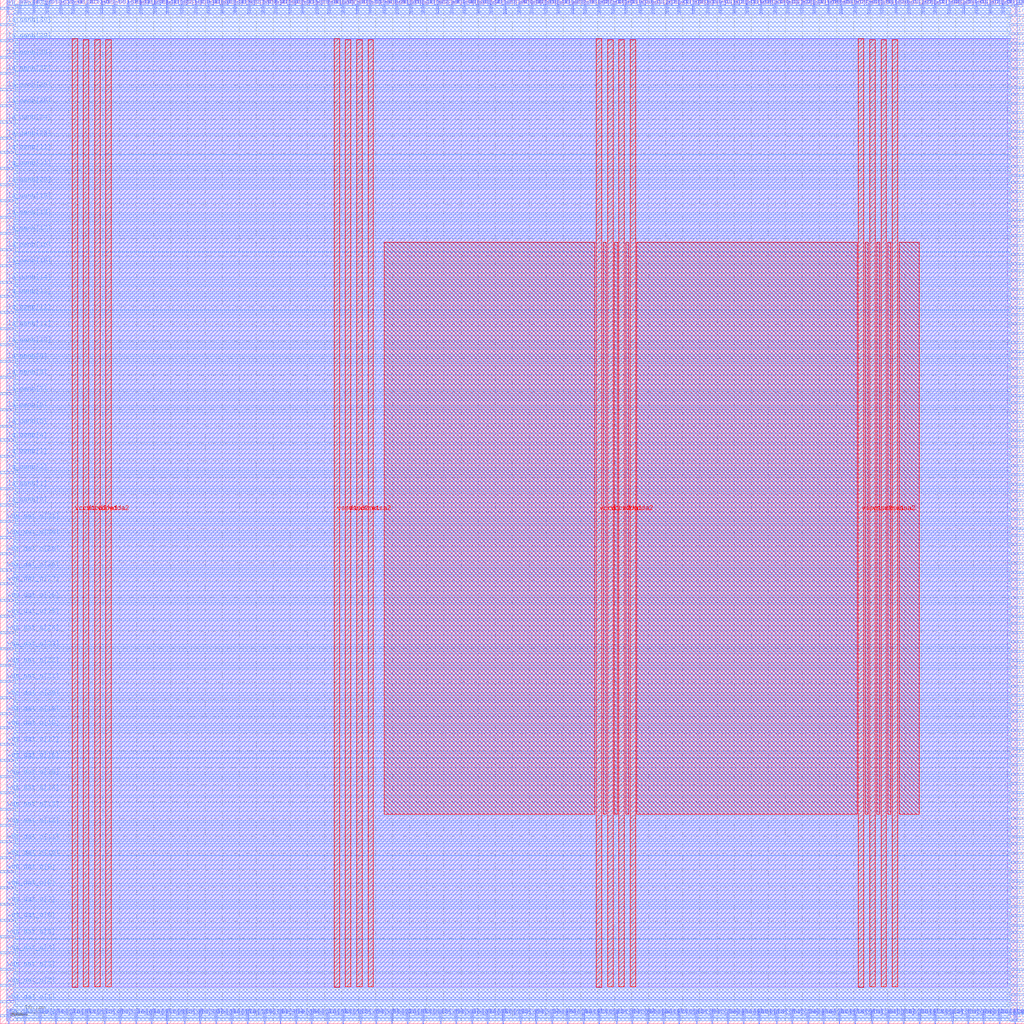
<source format=lef>
VERSION 5.7 ;
  NOWIREEXTENSIONATPIN ON ;
  DIVIDERCHAR "/" ;
  BUSBITCHARS "[]" ;
MACRO wrapped_chacha_uart_accel
  CLASS BLOCK ;
  FOREIGN wrapped_chacha_uart_accel ;
  ORIGIN 0.000 0.000 ;
  SIZE 300.000 BY 300.000 ;
  PIN active
    DIRECTION INPUT ;
    USE SIGNAL ;
    PORT
      LAYER met2 ;
        RECT 25.390 296.000 25.670 300.000 ;
    END
  END active
  PIN io_in[0]
    DIRECTION INPUT ;
    USE SIGNAL ;
    PORT
      LAYER met3 ;
        RECT 296.000 0.720 300.000 1.320 ;
    END
  END io_in[0]
  PIN io_in[10]
    DIRECTION INPUT ;
    USE SIGNAL ;
    PORT
      LAYER met3 ;
        RECT 296.000 78.240 300.000 78.840 ;
    END
  END io_in[10]
  PIN io_in[11]
    DIRECTION INPUT ;
    USE SIGNAL ;
    PORT
      LAYER met3 ;
        RECT 296.000 85.720 300.000 86.320 ;
    END
  END io_in[11]
  PIN io_in[12]
    DIRECTION INPUT ;
    USE SIGNAL ;
    PORT
      LAYER met3 ;
        RECT 296.000 93.200 300.000 93.800 ;
    END
  END io_in[12]
  PIN io_in[13]
    DIRECTION INPUT ;
    USE SIGNAL ;
    PORT
      LAYER met3 ;
        RECT 296.000 101.360 300.000 101.960 ;
    END
  END io_in[13]
  PIN io_in[14]
    DIRECTION INPUT ;
    USE SIGNAL ;
    PORT
      LAYER met3 ;
        RECT 296.000 108.840 300.000 109.440 ;
    END
  END io_in[14]
  PIN io_in[15]
    DIRECTION INPUT ;
    USE SIGNAL ;
    PORT
      LAYER met3 ;
        RECT 296.000 117.000 300.000 117.600 ;
    END
  END io_in[15]
  PIN io_in[16]
    DIRECTION INPUT ;
    USE SIGNAL ;
    PORT
      LAYER met3 ;
        RECT 296.000 124.480 300.000 125.080 ;
    END
  END io_in[16]
  PIN io_in[17]
    DIRECTION INPUT ;
    USE SIGNAL ;
    PORT
      LAYER met3 ;
        RECT 296.000 131.960 300.000 132.560 ;
    END
  END io_in[17]
  PIN io_in[18]
    DIRECTION INPUT ;
    USE SIGNAL ;
    PORT
      LAYER met3 ;
        RECT 296.000 140.120 300.000 140.720 ;
    END
  END io_in[18]
  PIN io_in[19]
    DIRECTION INPUT ;
    USE SIGNAL ;
    PORT
      LAYER met3 ;
        RECT 296.000 147.600 300.000 148.200 ;
    END
  END io_in[19]
  PIN io_in[1]
    DIRECTION INPUT ;
    USE SIGNAL ;
    PORT
      LAYER met3 ;
        RECT 296.000 8.200 300.000 8.800 ;
    END
  END io_in[1]
  PIN io_in[20]
    DIRECTION INPUT ;
    USE SIGNAL ;
    PORT
      LAYER met3 ;
        RECT 296.000 155.760 300.000 156.360 ;
    END
  END io_in[20]
  PIN io_in[21]
    DIRECTION INPUT ;
    USE SIGNAL ;
    PORT
      LAYER met3 ;
        RECT 296.000 163.240 300.000 163.840 ;
    END
  END io_in[21]
  PIN io_in[22]
    DIRECTION INPUT ;
    USE SIGNAL ;
    PORT
      LAYER met3 ;
        RECT 296.000 170.720 300.000 171.320 ;
    END
  END io_in[22]
  PIN io_in[23]
    DIRECTION INPUT ;
    USE SIGNAL ;
    PORT
      LAYER met3 ;
        RECT 296.000 178.880 300.000 179.480 ;
    END
  END io_in[23]
  PIN io_in[24]
    DIRECTION INPUT ;
    USE SIGNAL ;
    PORT
      LAYER met3 ;
        RECT 296.000 186.360 300.000 186.960 ;
    END
  END io_in[24]
  PIN io_in[25]
    DIRECTION INPUT ;
    USE SIGNAL ;
    PORT
      LAYER met3 ;
        RECT 296.000 194.520 300.000 195.120 ;
    END
  END io_in[25]
  PIN io_in[26]
    DIRECTION INPUT ;
    USE SIGNAL ;
    PORT
      LAYER met3 ;
        RECT 296.000 202.000 300.000 202.600 ;
    END
  END io_in[26]
  PIN io_in[27]
    DIRECTION INPUT ;
    USE SIGNAL ;
    PORT
      LAYER met3 ;
        RECT 296.000 209.480 300.000 210.080 ;
    END
  END io_in[27]
  PIN io_in[28]
    DIRECTION INPUT ;
    USE SIGNAL ;
    PORT
      LAYER met3 ;
        RECT 296.000 217.640 300.000 218.240 ;
    END
  END io_in[28]
  PIN io_in[29]
    DIRECTION INPUT ;
    USE SIGNAL ;
    PORT
      LAYER met3 ;
        RECT 296.000 225.120 300.000 225.720 ;
    END
  END io_in[29]
  PIN io_in[2]
    DIRECTION INPUT ;
    USE SIGNAL ;
    PORT
      LAYER met3 ;
        RECT 296.000 15.680 300.000 16.280 ;
    END
  END io_in[2]
  PIN io_in[30]
    DIRECTION INPUT ;
    USE SIGNAL ;
    PORT
      LAYER met3 ;
        RECT 296.000 233.280 300.000 233.880 ;
    END
  END io_in[30]
  PIN io_in[31]
    DIRECTION INPUT ;
    USE SIGNAL ;
    PORT
      LAYER met3 ;
        RECT 296.000 240.760 300.000 241.360 ;
    END
  END io_in[31]
  PIN io_in[32]
    DIRECTION INPUT ;
    USE SIGNAL ;
    PORT
      LAYER met3 ;
        RECT 296.000 248.240 300.000 248.840 ;
    END
  END io_in[32]
  PIN io_in[33]
    DIRECTION INPUT ;
    USE SIGNAL ;
    PORT
      LAYER met3 ;
        RECT 296.000 256.400 300.000 257.000 ;
    END
  END io_in[33]
  PIN io_in[34]
    DIRECTION INPUT ;
    USE SIGNAL ;
    PORT
      LAYER met3 ;
        RECT 296.000 263.880 300.000 264.480 ;
    END
  END io_in[34]
  PIN io_in[35]
    DIRECTION INPUT ;
    USE SIGNAL ;
    PORT
      LAYER met3 ;
        RECT 296.000 272.040 300.000 272.640 ;
    END
  END io_in[35]
  PIN io_in[36]
    DIRECTION INPUT ;
    USE SIGNAL ;
    PORT
      LAYER met3 ;
        RECT 296.000 279.520 300.000 280.120 ;
    END
  END io_in[36]
  PIN io_in[37]
    DIRECTION INPUT ;
    USE SIGNAL ;
    PORT
      LAYER met3 ;
        RECT 296.000 287.000 300.000 287.600 ;
    END
  END io_in[37]
  PIN io_in[3]
    DIRECTION INPUT ;
    USE SIGNAL ;
    PORT
      LAYER met3 ;
        RECT 296.000 23.840 300.000 24.440 ;
    END
  END io_in[3]
  PIN io_in[4]
    DIRECTION INPUT ;
    USE SIGNAL ;
    PORT
      LAYER met3 ;
        RECT 296.000 31.320 300.000 31.920 ;
    END
  END io_in[4]
  PIN io_in[5]
    DIRECTION INPUT ;
    USE SIGNAL ;
    PORT
      LAYER met3 ;
        RECT 296.000 39.480 300.000 40.080 ;
    END
  END io_in[5]
  PIN io_in[6]
    DIRECTION INPUT ;
    USE SIGNAL ;
    PORT
      LAYER met3 ;
        RECT 296.000 46.960 300.000 47.560 ;
    END
  END io_in[6]
  PIN io_in[7]
    DIRECTION INPUT ;
    USE SIGNAL ;
    PORT
      LAYER met3 ;
        RECT 296.000 54.440 300.000 55.040 ;
    END
  END io_in[7]
  PIN io_in[8]
    DIRECTION INPUT ;
    USE SIGNAL ;
    PORT
      LAYER met3 ;
        RECT 296.000 62.600 300.000 63.200 ;
    END
  END io_in[8]
  PIN io_in[9]
    DIRECTION INPUT ;
    USE SIGNAL ;
    PORT
      LAYER met3 ;
        RECT 296.000 70.080 300.000 70.680 ;
    END
  END io_in[9]
  PIN io_oeb[0]
    DIRECTION OUTPUT TRISTATE ;
    USE SIGNAL ;
    PORT
      LAYER met3 ;
        RECT 296.000 5.480 300.000 6.080 ;
    END
  END io_oeb[0]
  PIN io_oeb[10]
    DIRECTION OUTPUT TRISTATE ;
    USE SIGNAL ;
    PORT
      LAYER met3 ;
        RECT 296.000 83.000 300.000 83.600 ;
    END
  END io_oeb[10]
  PIN io_oeb[11]
    DIRECTION OUTPUT TRISTATE ;
    USE SIGNAL ;
    PORT
      LAYER met3 ;
        RECT 296.000 91.160 300.000 91.760 ;
    END
  END io_oeb[11]
  PIN io_oeb[12]
    DIRECTION OUTPUT TRISTATE ;
    USE SIGNAL ;
    PORT
      LAYER met3 ;
        RECT 296.000 98.640 300.000 99.240 ;
    END
  END io_oeb[12]
  PIN io_oeb[13]
    DIRECTION OUTPUT TRISTATE ;
    USE SIGNAL ;
    PORT
      LAYER met3 ;
        RECT 296.000 106.120 300.000 106.720 ;
    END
  END io_oeb[13]
  PIN io_oeb[14]
    DIRECTION OUTPUT TRISTATE ;
    USE SIGNAL ;
    PORT
      LAYER met3 ;
        RECT 296.000 114.280 300.000 114.880 ;
    END
  END io_oeb[14]
  PIN io_oeb[15]
    DIRECTION OUTPUT TRISTATE ;
    USE SIGNAL ;
    PORT
      LAYER met3 ;
        RECT 296.000 121.760 300.000 122.360 ;
    END
  END io_oeb[15]
  PIN io_oeb[16]
    DIRECTION OUTPUT TRISTATE ;
    USE SIGNAL ;
    PORT
      LAYER met3 ;
        RECT 296.000 129.920 300.000 130.520 ;
    END
  END io_oeb[16]
  PIN io_oeb[17]
    DIRECTION OUTPUT TRISTATE ;
    USE SIGNAL ;
    PORT
      LAYER met3 ;
        RECT 296.000 137.400 300.000 138.000 ;
    END
  END io_oeb[17]
  PIN io_oeb[18]
    DIRECTION OUTPUT TRISTATE ;
    USE SIGNAL ;
    PORT
      LAYER met3 ;
        RECT 296.000 144.880 300.000 145.480 ;
    END
  END io_oeb[18]
  PIN io_oeb[19]
    DIRECTION OUTPUT TRISTATE ;
    USE SIGNAL ;
    PORT
      LAYER met3 ;
        RECT 296.000 153.040 300.000 153.640 ;
    END
  END io_oeb[19]
  PIN io_oeb[1]
    DIRECTION OUTPUT TRISTATE ;
    USE SIGNAL ;
    PORT
      LAYER met3 ;
        RECT 296.000 13.640 300.000 14.240 ;
    END
  END io_oeb[1]
  PIN io_oeb[20]
    DIRECTION OUTPUT TRISTATE ;
    USE SIGNAL ;
    PORT
      LAYER met3 ;
        RECT 296.000 160.520 300.000 161.120 ;
    END
  END io_oeb[20]
  PIN io_oeb[21]
    DIRECTION OUTPUT TRISTATE ;
    USE SIGNAL ;
    PORT
      LAYER met3 ;
        RECT 296.000 168.680 300.000 169.280 ;
    END
  END io_oeb[21]
  PIN io_oeb[22]
    DIRECTION OUTPUT TRISTATE ;
    USE SIGNAL ;
    PORT
      LAYER met3 ;
        RECT 296.000 176.160 300.000 176.760 ;
    END
  END io_oeb[22]
  PIN io_oeb[23]
    DIRECTION OUTPUT TRISTATE ;
    USE SIGNAL ;
    PORT
      LAYER met3 ;
        RECT 296.000 183.640 300.000 184.240 ;
    END
  END io_oeb[23]
  PIN io_oeb[24]
    DIRECTION OUTPUT TRISTATE ;
    USE SIGNAL ;
    PORT
      LAYER met3 ;
        RECT 296.000 191.800 300.000 192.400 ;
    END
  END io_oeb[24]
  PIN io_oeb[25]
    DIRECTION OUTPUT TRISTATE ;
    USE SIGNAL ;
    PORT
      LAYER met3 ;
        RECT 296.000 199.280 300.000 199.880 ;
    END
  END io_oeb[25]
  PIN io_oeb[26]
    DIRECTION OUTPUT TRISTATE ;
    USE SIGNAL ;
    PORT
      LAYER met3 ;
        RECT 296.000 207.440 300.000 208.040 ;
    END
  END io_oeb[26]
  PIN io_oeb[27]
    DIRECTION OUTPUT TRISTATE ;
    USE SIGNAL ;
    PORT
      LAYER met3 ;
        RECT 296.000 214.920 300.000 215.520 ;
    END
  END io_oeb[27]
  PIN io_oeb[28]
    DIRECTION OUTPUT TRISTATE ;
    USE SIGNAL ;
    PORT
      LAYER met3 ;
        RECT 296.000 222.400 300.000 223.000 ;
    END
  END io_oeb[28]
  PIN io_oeb[29]
    DIRECTION OUTPUT TRISTATE ;
    USE SIGNAL ;
    PORT
      LAYER met3 ;
        RECT 296.000 230.560 300.000 231.160 ;
    END
  END io_oeb[29]
  PIN io_oeb[2]
    DIRECTION OUTPUT TRISTATE ;
    USE SIGNAL ;
    PORT
      LAYER met3 ;
        RECT 296.000 21.120 300.000 21.720 ;
    END
  END io_oeb[2]
  PIN io_oeb[30]
    DIRECTION OUTPUT TRISTATE ;
    USE SIGNAL ;
    PORT
      LAYER met3 ;
        RECT 296.000 238.040 300.000 238.640 ;
    END
  END io_oeb[30]
  PIN io_oeb[31]
    DIRECTION OUTPUT TRISTATE ;
    USE SIGNAL ;
    PORT
      LAYER met3 ;
        RECT 296.000 246.200 300.000 246.800 ;
    END
  END io_oeb[31]
  PIN io_oeb[32]
    DIRECTION OUTPUT TRISTATE ;
    USE SIGNAL ;
    PORT
      LAYER met3 ;
        RECT 296.000 253.680 300.000 254.280 ;
    END
  END io_oeb[32]
  PIN io_oeb[33]
    DIRECTION OUTPUT TRISTATE ;
    USE SIGNAL ;
    PORT
      LAYER met3 ;
        RECT 296.000 261.160 300.000 261.760 ;
    END
  END io_oeb[33]
  PIN io_oeb[34]
    DIRECTION OUTPUT TRISTATE ;
    USE SIGNAL ;
    PORT
      LAYER met3 ;
        RECT 296.000 269.320 300.000 269.920 ;
    END
  END io_oeb[34]
  PIN io_oeb[35]
    DIRECTION OUTPUT TRISTATE ;
    USE SIGNAL ;
    PORT
      LAYER met3 ;
        RECT 296.000 276.800 300.000 277.400 ;
    END
  END io_oeb[35]
  PIN io_oeb[36]
    DIRECTION OUTPUT TRISTATE ;
    USE SIGNAL ;
    PORT
      LAYER met3 ;
        RECT 296.000 284.960 300.000 285.560 ;
    END
  END io_oeb[36]
  PIN io_oeb[37]
    DIRECTION OUTPUT TRISTATE ;
    USE SIGNAL ;
    PORT
      LAYER met3 ;
        RECT 296.000 292.440 300.000 293.040 ;
    END
  END io_oeb[37]
  PIN io_oeb[3]
    DIRECTION OUTPUT TRISTATE ;
    USE SIGNAL ;
    PORT
      LAYER met3 ;
        RECT 296.000 28.600 300.000 29.200 ;
    END
  END io_oeb[3]
  PIN io_oeb[4]
    DIRECTION OUTPUT TRISTATE ;
    USE SIGNAL ;
    PORT
      LAYER met3 ;
        RECT 296.000 36.760 300.000 37.360 ;
    END
  END io_oeb[4]
  PIN io_oeb[5]
    DIRECTION OUTPUT TRISTATE ;
    USE SIGNAL ;
    PORT
      LAYER met3 ;
        RECT 296.000 44.240 300.000 44.840 ;
    END
  END io_oeb[5]
  PIN io_oeb[6]
    DIRECTION OUTPUT TRISTATE ;
    USE SIGNAL ;
    PORT
      LAYER met3 ;
        RECT 296.000 52.400 300.000 53.000 ;
    END
  END io_oeb[6]
  PIN io_oeb[7]
    DIRECTION OUTPUT TRISTATE ;
    USE SIGNAL ;
    PORT
      LAYER met3 ;
        RECT 296.000 59.880 300.000 60.480 ;
    END
  END io_oeb[7]
  PIN io_oeb[8]
    DIRECTION OUTPUT TRISTATE ;
    USE SIGNAL ;
    PORT
      LAYER met3 ;
        RECT 296.000 67.360 300.000 67.960 ;
    END
  END io_oeb[8]
  PIN io_oeb[9]
    DIRECTION OUTPUT TRISTATE ;
    USE SIGNAL ;
    PORT
      LAYER met3 ;
        RECT 296.000 75.520 300.000 76.120 ;
    END
  END io_oeb[9]
  PIN io_out[0]
    DIRECTION OUTPUT TRISTATE ;
    USE SIGNAL ;
    PORT
      LAYER met3 ;
        RECT 296.000 2.760 300.000 3.360 ;
    END
  END io_out[0]
  PIN io_out[10]
    DIRECTION OUTPUT TRISTATE ;
    USE SIGNAL ;
    PORT
      LAYER met3 ;
        RECT 296.000 80.280 300.000 80.880 ;
    END
  END io_out[10]
  PIN io_out[11]
    DIRECTION OUTPUT TRISTATE ;
    USE SIGNAL ;
    PORT
      LAYER met3 ;
        RECT 296.000 88.440 300.000 89.040 ;
    END
  END io_out[11]
  PIN io_out[12]
    DIRECTION OUTPUT TRISTATE ;
    USE SIGNAL ;
    PORT
      LAYER met3 ;
        RECT 296.000 95.920 300.000 96.520 ;
    END
  END io_out[12]
  PIN io_out[13]
    DIRECTION OUTPUT TRISTATE ;
    USE SIGNAL ;
    PORT
      LAYER met3 ;
        RECT 296.000 104.080 300.000 104.680 ;
    END
  END io_out[13]
  PIN io_out[14]
    DIRECTION OUTPUT TRISTATE ;
    USE SIGNAL ;
    PORT
      LAYER met3 ;
        RECT 296.000 111.560 300.000 112.160 ;
    END
  END io_out[14]
  PIN io_out[15]
    DIRECTION OUTPUT TRISTATE ;
    USE SIGNAL ;
    PORT
      LAYER met3 ;
        RECT 296.000 119.040 300.000 119.640 ;
    END
  END io_out[15]
  PIN io_out[16]
    DIRECTION OUTPUT TRISTATE ;
    USE SIGNAL ;
    PORT
      LAYER met3 ;
        RECT 296.000 127.200 300.000 127.800 ;
    END
  END io_out[16]
  PIN io_out[17]
    DIRECTION OUTPUT TRISTATE ;
    USE SIGNAL ;
    PORT
      LAYER met3 ;
        RECT 296.000 134.680 300.000 135.280 ;
    END
  END io_out[17]
  PIN io_out[18]
    DIRECTION OUTPUT TRISTATE ;
    USE SIGNAL ;
    PORT
      LAYER met3 ;
        RECT 296.000 142.840 300.000 143.440 ;
    END
  END io_out[18]
  PIN io_out[19]
    DIRECTION OUTPUT TRISTATE ;
    USE SIGNAL ;
    PORT
      LAYER met3 ;
        RECT 296.000 150.320 300.000 150.920 ;
    END
  END io_out[19]
  PIN io_out[1]
    DIRECTION OUTPUT TRISTATE ;
    USE SIGNAL ;
    PORT
      LAYER met3 ;
        RECT 296.000 10.920 300.000 11.520 ;
    END
  END io_out[1]
  PIN io_out[20]
    DIRECTION OUTPUT TRISTATE ;
    USE SIGNAL ;
    PORT
      LAYER met3 ;
        RECT 296.000 157.800 300.000 158.400 ;
    END
  END io_out[20]
  PIN io_out[21]
    DIRECTION OUTPUT TRISTATE ;
    USE SIGNAL ;
    PORT
      LAYER met3 ;
        RECT 296.000 165.960 300.000 166.560 ;
    END
  END io_out[21]
  PIN io_out[22]
    DIRECTION OUTPUT TRISTATE ;
    USE SIGNAL ;
    PORT
      LAYER met3 ;
        RECT 296.000 173.440 300.000 174.040 ;
    END
  END io_out[22]
  PIN io_out[23]
    DIRECTION OUTPUT TRISTATE ;
    USE SIGNAL ;
    PORT
      LAYER met3 ;
        RECT 296.000 181.600 300.000 182.200 ;
    END
  END io_out[23]
  PIN io_out[24]
    DIRECTION OUTPUT TRISTATE ;
    USE SIGNAL ;
    PORT
      LAYER met3 ;
        RECT 296.000 189.080 300.000 189.680 ;
    END
  END io_out[24]
  PIN io_out[25]
    DIRECTION OUTPUT TRISTATE ;
    USE SIGNAL ;
    PORT
      LAYER met3 ;
        RECT 296.000 196.560 300.000 197.160 ;
    END
  END io_out[25]
  PIN io_out[26]
    DIRECTION OUTPUT TRISTATE ;
    USE SIGNAL ;
    PORT
      LAYER met3 ;
        RECT 296.000 204.720 300.000 205.320 ;
    END
  END io_out[26]
  PIN io_out[27]
    DIRECTION OUTPUT TRISTATE ;
    USE SIGNAL ;
    PORT
      LAYER met3 ;
        RECT 296.000 212.200 300.000 212.800 ;
    END
  END io_out[27]
  PIN io_out[28]
    DIRECTION OUTPUT TRISTATE ;
    USE SIGNAL ;
    PORT
      LAYER met3 ;
        RECT 296.000 220.360 300.000 220.960 ;
    END
  END io_out[28]
  PIN io_out[29]
    DIRECTION OUTPUT TRISTATE ;
    USE SIGNAL ;
    PORT
      LAYER met3 ;
        RECT 296.000 227.840 300.000 228.440 ;
    END
  END io_out[29]
  PIN io_out[2]
    DIRECTION OUTPUT TRISTATE ;
    USE SIGNAL ;
    PORT
      LAYER met3 ;
        RECT 296.000 18.400 300.000 19.000 ;
    END
  END io_out[2]
  PIN io_out[30]
    DIRECTION OUTPUT TRISTATE ;
    USE SIGNAL ;
    PORT
      LAYER met3 ;
        RECT 296.000 235.320 300.000 235.920 ;
    END
  END io_out[30]
  PIN io_out[31]
    DIRECTION OUTPUT TRISTATE ;
    USE SIGNAL ;
    PORT
      LAYER met3 ;
        RECT 296.000 243.480 300.000 244.080 ;
    END
  END io_out[31]
  PIN io_out[32]
    DIRECTION OUTPUT TRISTATE ;
    USE SIGNAL ;
    PORT
      LAYER met3 ;
        RECT 296.000 250.960 300.000 251.560 ;
    END
  END io_out[32]
  PIN io_out[33]
    DIRECTION OUTPUT TRISTATE ;
    USE SIGNAL ;
    PORT
      LAYER met3 ;
        RECT 296.000 259.120 300.000 259.720 ;
    END
  END io_out[33]
  PIN io_out[34]
    DIRECTION OUTPUT TRISTATE ;
    USE SIGNAL ;
    PORT
      LAYER met3 ;
        RECT 296.000 266.600 300.000 267.200 ;
    END
  END io_out[34]
  PIN io_out[35]
    DIRECTION OUTPUT TRISTATE ;
    USE SIGNAL ;
    PORT
      LAYER met3 ;
        RECT 296.000 274.080 300.000 274.680 ;
    END
  END io_out[35]
  PIN io_out[36]
    DIRECTION OUTPUT TRISTATE ;
    USE SIGNAL ;
    PORT
      LAYER met3 ;
        RECT 296.000 282.240 300.000 282.840 ;
    END
  END io_out[36]
  PIN io_out[37]
    DIRECTION OUTPUT TRISTATE ;
    USE SIGNAL ;
    PORT
      LAYER met3 ;
        RECT 296.000 289.720 300.000 290.320 ;
    END
  END io_out[37]
  PIN io_out[3]
    DIRECTION OUTPUT TRISTATE ;
    USE SIGNAL ;
    PORT
      LAYER met3 ;
        RECT 296.000 26.560 300.000 27.160 ;
    END
  END io_out[3]
  PIN io_out[4]
    DIRECTION OUTPUT TRISTATE ;
    USE SIGNAL ;
    PORT
      LAYER met3 ;
        RECT 296.000 34.040 300.000 34.640 ;
    END
  END io_out[4]
  PIN io_out[5]
    DIRECTION OUTPUT TRISTATE ;
    USE SIGNAL ;
    PORT
      LAYER met3 ;
        RECT 296.000 41.520 300.000 42.120 ;
    END
  END io_out[5]
  PIN io_out[6]
    DIRECTION OUTPUT TRISTATE ;
    USE SIGNAL ;
    PORT
      LAYER met3 ;
        RECT 296.000 49.680 300.000 50.280 ;
    END
  END io_out[6]
  PIN io_out[7]
    DIRECTION OUTPUT TRISTATE ;
    USE SIGNAL ;
    PORT
      LAYER met3 ;
        RECT 296.000 57.160 300.000 57.760 ;
    END
  END io_out[7]
  PIN io_out[8]
    DIRECTION OUTPUT TRISTATE ;
    USE SIGNAL ;
    PORT
      LAYER met3 ;
        RECT 296.000 65.320 300.000 65.920 ;
    END
  END io_out[8]
  PIN io_out[9]
    DIRECTION OUTPUT TRISTATE ;
    USE SIGNAL ;
    PORT
      LAYER met3 ;
        RECT 296.000 72.800 300.000 73.400 ;
    END
  END io_out[9]
  PIN irq[0]
    DIRECTION OUTPUT TRISTATE ;
    USE SIGNAL ;
    PORT
      LAYER met2 ;
        RECT 297.710 296.000 297.990 300.000 ;
    END
  END irq[0]
  PIN irq[1]
    DIRECTION OUTPUT TRISTATE ;
    USE SIGNAL ;
    PORT
      LAYER met3 ;
        RECT 296.000 295.160 300.000 295.760 ;
    END
  END irq[1]
  PIN irq[2]
    DIRECTION OUTPUT TRISTATE ;
    USE SIGNAL ;
    PORT
      LAYER met3 ;
        RECT 296.000 297.880 300.000 298.480 ;
    END
  END irq[2]
  PIN la_data_in[0]
    DIRECTION INPUT ;
    USE SIGNAL ;
    PORT
      LAYER met2 ;
        RECT 2.390 0.000 2.670 4.000 ;
    END
  END la_data_in[0]
  PIN la_data_in[10]
    DIRECTION INPUT ;
    USE SIGNAL ;
    PORT
      LAYER met2 ;
        RECT 48.850 0.000 49.130 4.000 ;
    END
  END la_data_in[10]
  PIN la_data_in[11]
    DIRECTION INPUT ;
    USE SIGNAL ;
    PORT
      LAYER met2 ;
        RECT 53.910 0.000 54.190 4.000 ;
    END
  END la_data_in[11]
  PIN la_data_in[12]
    DIRECTION INPUT ;
    USE SIGNAL ;
    PORT
      LAYER met2 ;
        RECT 58.510 0.000 58.790 4.000 ;
    END
  END la_data_in[12]
  PIN la_data_in[13]
    DIRECTION INPUT ;
    USE SIGNAL ;
    PORT
      LAYER met2 ;
        RECT 63.110 0.000 63.390 4.000 ;
    END
  END la_data_in[13]
  PIN la_data_in[14]
    DIRECTION INPUT ;
    USE SIGNAL ;
    PORT
      LAYER met2 ;
        RECT 67.710 0.000 67.990 4.000 ;
    END
  END la_data_in[14]
  PIN la_data_in[15]
    DIRECTION INPUT ;
    USE SIGNAL ;
    PORT
      LAYER met2 ;
        RECT 72.310 0.000 72.590 4.000 ;
    END
  END la_data_in[15]
  PIN la_data_in[16]
    DIRECTION INPUT ;
    USE SIGNAL ;
    PORT
      LAYER met2 ;
        RECT 77.370 0.000 77.650 4.000 ;
    END
  END la_data_in[16]
  PIN la_data_in[17]
    DIRECTION INPUT ;
    USE SIGNAL ;
    PORT
      LAYER met2 ;
        RECT 81.970 0.000 82.250 4.000 ;
    END
  END la_data_in[17]
  PIN la_data_in[18]
    DIRECTION INPUT ;
    USE SIGNAL ;
    PORT
      LAYER met2 ;
        RECT 86.570 0.000 86.850 4.000 ;
    END
  END la_data_in[18]
  PIN la_data_in[19]
    DIRECTION INPUT ;
    USE SIGNAL ;
    PORT
      LAYER met2 ;
        RECT 91.170 0.000 91.450 4.000 ;
    END
  END la_data_in[19]
  PIN la_data_in[1]
    DIRECTION INPUT ;
    USE SIGNAL ;
    PORT
      LAYER met2 ;
        RECT 6.990 0.000 7.270 4.000 ;
    END
  END la_data_in[1]
  PIN la_data_in[20]
    DIRECTION INPUT ;
    USE SIGNAL ;
    PORT
      LAYER met2 ;
        RECT 95.770 0.000 96.050 4.000 ;
    END
  END la_data_in[20]
  PIN la_data_in[21]
    DIRECTION INPUT ;
    USE SIGNAL ;
    PORT
      LAYER met2 ;
        RECT 100.370 0.000 100.650 4.000 ;
    END
  END la_data_in[21]
  PIN la_data_in[22]
    DIRECTION INPUT ;
    USE SIGNAL ;
    PORT
      LAYER met2 ;
        RECT 105.430 0.000 105.710 4.000 ;
    END
  END la_data_in[22]
  PIN la_data_in[23]
    DIRECTION INPUT ;
    USE SIGNAL ;
    PORT
      LAYER met2 ;
        RECT 110.030 0.000 110.310 4.000 ;
    END
  END la_data_in[23]
  PIN la_data_in[24]
    DIRECTION INPUT ;
    USE SIGNAL ;
    PORT
      LAYER met2 ;
        RECT 114.630 0.000 114.910 4.000 ;
    END
  END la_data_in[24]
  PIN la_data_in[25]
    DIRECTION INPUT ;
    USE SIGNAL ;
    PORT
      LAYER met2 ;
        RECT 119.230 0.000 119.510 4.000 ;
    END
  END la_data_in[25]
  PIN la_data_in[26]
    DIRECTION INPUT ;
    USE SIGNAL ;
    PORT
      LAYER met2 ;
        RECT 123.830 0.000 124.110 4.000 ;
    END
  END la_data_in[26]
  PIN la_data_in[27]
    DIRECTION INPUT ;
    USE SIGNAL ;
    PORT
      LAYER met2 ;
        RECT 128.890 0.000 129.170 4.000 ;
    END
  END la_data_in[27]
  PIN la_data_in[28]
    DIRECTION INPUT ;
    USE SIGNAL ;
    PORT
      LAYER met2 ;
        RECT 133.490 0.000 133.770 4.000 ;
    END
  END la_data_in[28]
  PIN la_data_in[29]
    DIRECTION INPUT ;
    USE SIGNAL ;
    PORT
      LAYER met2 ;
        RECT 138.090 0.000 138.370 4.000 ;
    END
  END la_data_in[29]
  PIN la_data_in[2]
    DIRECTION INPUT ;
    USE SIGNAL ;
    PORT
      LAYER met2 ;
        RECT 11.590 0.000 11.870 4.000 ;
    END
  END la_data_in[2]
  PIN la_data_in[30]
    DIRECTION INPUT ;
    USE SIGNAL ;
    PORT
      LAYER met2 ;
        RECT 142.690 0.000 142.970 4.000 ;
    END
  END la_data_in[30]
  PIN la_data_in[31]
    DIRECTION INPUT ;
    USE SIGNAL ;
    PORT
      LAYER met2 ;
        RECT 147.290 0.000 147.570 4.000 ;
    END
  END la_data_in[31]
  PIN la_data_in[3]
    DIRECTION INPUT ;
    USE SIGNAL ;
    PORT
      LAYER met2 ;
        RECT 16.190 0.000 16.470 4.000 ;
    END
  END la_data_in[3]
  PIN la_data_in[4]
    DIRECTION INPUT ;
    USE SIGNAL ;
    PORT
      LAYER met2 ;
        RECT 20.790 0.000 21.070 4.000 ;
    END
  END la_data_in[4]
  PIN la_data_in[5]
    DIRECTION INPUT ;
    USE SIGNAL ;
    PORT
      LAYER met2 ;
        RECT 25.390 0.000 25.670 4.000 ;
    END
  END la_data_in[5]
  PIN la_data_in[6]
    DIRECTION INPUT ;
    USE SIGNAL ;
    PORT
      LAYER met2 ;
        RECT 30.450 0.000 30.730 4.000 ;
    END
  END la_data_in[6]
  PIN la_data_in[7]
    DIRECTION INPUT ;
    USE SIGNAL ;
    PORT
      LAYER met2 ;
        RECT 35.050 0.000 35.330 4.000 ;
    END
  END la_data_in[7]
  PIN la_data_in[8]
    DIRECTION INPUT ;
    USE SIGNAL ;
    PORT
      LAYER met2 ;
        RECT 39.650 0.000 39.930 4.000 ;
    END
  END la_data_in[8]
  PIN la_data_in[9]
    DIRECTION INPUT ;
    USE SIGNAL ;
    PORT
      LAYER met2 ;
        RECT 44.250 0.000 44.530 4.000 ;
    END
  END la_data_in[9]
  PIN la_data_out[0]
    DIRECTION OUTPUT TRISTATE ;
    USE SIGNAL ;
    PORT
      LAYER met2 ;
        RECT 152.350 0.000 152.630 4.000 ;
    END
  END la_data_out[0]
  PIN la_data_out[10]
    DIRECTION OUTPUT TRISTATE ;
    USE SIGNAL ;
    PORT
      LAYER met2 ;
        RECT 198.810 0.000 199.090 4.000 ;
    END
  END la_data_out[10]
  PIN la_data_out[11]
    DIRECTION OUTPUT TRISTATE ;
    USE SIGNAL ;
    PORT
      LAYER met2 ;
        RECT 203.870 0.000 204.150 4.000 ;
    END
  END la_data_out[11]
  PIN la_data_out[12]
    DIRECTION OUTPUT TRISTATE ;
    USE SIGNAL ;
    PORT
      LAYER met2 ;
        RECT 208.470 0.000 208.750 4.000 ;
    END
  END la_data_out[12]
  PIN la_data_out[13]
    DIRECTION OUTPUT TRISTATE ;
    USE SIGNAL ;
    PORT
      LAYER met2 ;
        RECT 213.070 0.000 213.350 4.000 ;
    END
  END la_data_out[13]
  PIN la_data_out[14]
    DIRECTION OUTPUT TRISTATE ;
    USE SIGNAL ;
    PORT
      LAYER met2 ;
        RECT 217.670 0.000 217.950 4.000 ;
    END
  END la_data_out[14]
  PIN la_data_out[15]
    DIRECTION OUTPUT TRISTATE ;
    USE SIGNAL ;
    PORT
      LAYER met2 ;
        RECT 222.270 0.000 222.550 4.000 ;
    END
  END la_data_out[15]
  PIN la_data_out[16]
    DIRECTION OUTPUT TRISTATE ;
    USE SIGNAL ;
    PORT
      LAYER met2 ;
        RECT 227.330 0.000 227.610 4.000 ;
    END
  END la_data_out[16]
  PIN la_data_out[17]
    DIRECTION OUTPUT TRISTATE ;
    USE SIGNAL ;
    PORT
      LAYER met2 ;
        RECT 231.930 0.000 232.210 4.000 ;
    END
  END la_data_out[17]
  PIN la_data_out[18]
    DIRECTION OUTPUT TRISTATE ;
    USE SIGNAL ;
    PORT
      LAYER met2 ;
        RECT 236.530 0.000 236.810 4.000 ;
    END
  END la_data_out[18]
  PIN la_data_out[19]
    DIRECTION OUTPUT TRISTATE ;
    USE SIGNAL ;
    PORT
      LAYER met2 ;
        RECT 241.130 0.000 241.410 4.000 ;
    END
  END la_data_out[19]
  PIN la_data_out[1]
    DIRECTION OUTPUT TRISTATE ;
    USE SIGNAL ;
    PORT
      LAYER met2 ;
        RECT 156.950 0.000 157.230 4.000 ;
    END
  END la_data_out[1]
  PIN la_data_out[20]
    DIRECTION OUTPUT TRISTATE ;
    USE SIGNAL ;
    PORT
      LAYER met2 ;
        RECT 245.730 0.000 246.010 4.000 ;
    END
  END la_data_out[20]
  PIN la_data_out[21]
    DIRECTION OUTPUT TRISTATE ;
    USE SIGNAL ;
    PORT
      LAYER met2 ;
        RECT 250.330 0.000 250.610 4.000 ;
    END
  END la_data_out[21]
  PIN la_data_out[22]
    DIRECTION OUTPUT TRISTATE ;
    USE SIGNAL ;
    PORT
      LAYER met2 ;
        RECT 255.390 0.000 255.670 4.000 ;
    END
  END la_data_out[22]
  PIN la_data_out[23]
    DIRECTION OUTPUT TRISTATE ;
    USE SIGNAL ;
    PORT
      LAYER met2 ;
        RECT 259.990 0.000 260.270 4.000 ;
    END
  END la_data_out[23]
  PIN la_data_out[24]
    DIRECTION OUTPUT TRISTATE ;
    USE SIGNAL ;
    PORT
      LAYER met2 ;
        RECT 264.590 0.000 264.870 4.000 ;
    END
  END la_data_out[24]
  PIN la_data_out[25]
    DIRECTION OUTPUT TRISTATE ;
    USE SIGNAL ;
    PORT
      LAYER met2 ;
        RECT 269.190 0.000 269.470 4.000 ;
    END
  END la_data_out[25]
  PIN la_data_out[26]
    DIRECTION OUTPUT TRISTATE ;
    USE SIGNAL ;
    PORT
      LAYER met2 ;
        RECT 273.790 0.000 274.070 4.000 ;
    END
  END la_data_out[26]
  PIN la_data_out[27]
    DIRECTION OUTPUT TRISTATE ;
    USE SIGNAL ;
    PORT
      LAYER met2 ;
        RECT 278.850 0.000 279.130 4.000 ;
    END
  END la_data_out[27]
  PIN la_data_out[28]
    DIRECTION OUTPUT TRISTATE ;
    USE SIGNAL ;
    PORT
      LAYER met2 ;
        RECT 283.450 0.000 283.730 4.000 ;
    END
  END la_data_out[28]
  PIN la_data_out[29]
    DIRECTION OUTPUT TRISTATE ;
    USE SIGNAL ;
    PORT
      LAYER met2 ;
        RECT 288.050 0.000 288.330 4.000 ;
    END
  END la_data_out[29]
  PIN la_data_out[2]
    DIRECTION OUTPUT TRISTATE ;
    USE SIGNAL ;
    PORT
      LAYER met2 ;
        RECT 161.550 0.000 161.830 4.000 ;
    END
  END la_data_out[2]
  PIN la_data_out[30]
    DIRECTION OUTPUT TRISTATE ;
    USE SIGNAL ;
    PORT
      LAYER met2 ;
        RECT 292.650 0.000 292.930 4.000 ;
    END
  END la_data_out[30]
  PIN la_data_out[31]
    DIRECTION OUTPUT TRISTATE ;
    USE SIGNAL ;
    PORT
      LAYER met2 ;
        RECT 297.250 0.000 297.530 4.000 ;
    END
  END la_data_out[31]
  PIN la_data_out[3]
    DIRECTION OUTPUT TRISTATE ;
    USE SIGNAL ;
    PORT
      LAYER met2 ;
        RECT 166.150 0.000 166.430 4.000 ;
    END
  END la_data_out[3]
  PIN la_data_out[4]
    DIRECTION OUTPUT TRISTATE ;
    USE SIGNAL ;
    PORT
      LAYER met2 ;
        RECT 170.750 0.000 171.030 4.000 ;
    END
  END la_data_out[4]
  PIN la_data_out[5]
    DIRECTION OUTPUT TRISTATE ;
    USE SIGNAL ;
    PORT
      LAYER met2 ;
        RECT 175.350 0.000 175.630 4.000 ;
    END
  END la_data_out[5]
  PIN la_data_out[6]
    DIRECTION OUTPUT TRISTATE ;
    USE SIGNAL ;
    PORT
      LAYER met2 ;
        RECT 180.410 0.000 180.690 4.000 ;
    END
  END la_data_out[6]
  PIN la_data_out[7]
    DIRECTION OUTPUT TRISTATE ;
    USE SIGNAL ;
    PORT
      LAYER met2 ;
        RECT 185.010 0.000 185.290 4.000 ;
    END
  END la_data_out[7]
  PIN la_data_out[8]
    DIRECTION OUTPUT TRISTATE ;
    USE SIGNAL ;
    PORT
      LAYER met2 ;
        RECT 189.610 0.000 189.890 4.000 ;
    END
  END la_data_out[8]
  PIN la_data_out[9]
    DIRECTION OUTPUT TRISTATE ;
    USE SIGNAL ;
    PORT
      LAYER met2 ;
        RECT 194.210 0.000 194.490 4.000 ;
    END
  END la_data_out[9]
  PIN la_oenb[0]
    DIRECTION INPUT ;
    USE SIGNAL ;
    PORT
      LAYER met3 ;
        RECT 0.000 151.680 4.000 152.280 ;
    END
  END la_oenb[0]
  PIN la_oenb[10]
    DIRECTION INPUT ;
    USE SIGNAL ;
    PORT
      LAYER met3 ;
        RECT 0.000 198.600 4.000 199.200 ;
    END
  END la_oenb[10]
  PIN la_oenb[11]
    DIRECTION INPUT ;
    USE SIGNAL ;
    PORT
      LAYER met3 ;
        RECT 0.000 203.360 4.000 203.960 ;
    END
  END la_oenb[11]
  PIN la_oenb[12]
    DIRECTION INPUT ;
    USE SIGNAL ;
    PORT
      LAYER met3 ;
        RECT 0.000 208.120 4.000 208.720 ;
    END
  END la_oenb[12]
  PIN la_oenb[13]
    DIRECTION INPUT ;
    USE SIGNAL ;
    PORT
      LAYER met3 ;
        RECT 0.000 212.880 4.000 213.480 ;
    END
  END la_oenb[13]
  PIN la_oenb[14]
    DIRECTION INPUT ;
    USE SIGNAL ;
    PORT
      LAYER met3 ;
        RECT 0.000 216.960 4.000 217.560 ;
    END
  END la_oenb[14]
  PIN la_oenb[15]
    DIRECTION INPUT ;
    USE SIGNAL ;
    PORT
      LAYER met3 ;
        RECT 0.000 221.720 4.000 222.320 ;
    END
  END la_oenb[15]
  PIN la_oenb[16]
    DIRECTION INPUT ;
    USE SIGNAL ;
    PORT
      LAYER met3 ;
        RECT 0.000 226.480 4.000 227.080 ;
    END
  END la_oenb[16]
  PIN la_oenb[17]
    DIRECTION INPUT ;
    USE SIGNAL ;
    PORT
      LAYER met3 ;
        RECT 0.000 231.240 4.000 231.840 ;
    END
  END la_oenb[17]
  PIN la_oenb[18]
    DIRECTION INPUT ;
    USE SIGNAL ;
    PORT
      LAYER met3 ;
        RECT 0.000 236.000 4.000 236.600 ;
    END
  END la_oenb[18]
  PIN la_oenb[19]
    DIRECTION INPUT ;
    USE SIGNAL ;
    PORT
      LAYER met3 ;
        RECT 0.000 240.760 4.000 241.360 ;
    END
  END la_oenb[19]
  PIN la_oenb[1]
    DIRECTION INPUT ;
    USE SIGNAL ;
    PORT
      LAYER met3 ;
        RECT 0.000 156.440 4.000 157.040 ;
    END
  END la_oenb[1]
  PIN la_oenb[20]
    DIRECTION INPUT ;
    USE SIGNAL ;
    PORT
      LAYER met3 ;
        RECT 0.000 245.520 4.000 246.120 ;
    END
  END la_oenb[20]
  PIN la_oenb[21]
    DIRECTION INPUT ;
    USE SIGNAL ;
    PORT
      LAYER met3 ;
        RECT 0.000 250.280 4.000 250.880 ;
    END
  END la_oenb[21]
  PIN la_oenb[22]
    DIRECTION INPUT ;
    USE SIGNAL ;
    PORT
      LAYER met3 ;
        RECT 0.000 255.040 4.000 255.640 ;
    END
  END la_oenb[22]
  PIN la_oenb[23]
    DIRECTION INPUT ;
    USE SIGNAL ;
    PORT
      LAYER met3 ;
        RECT 0.000 259.120 4.000 259.720 ;
    END
  END la_oenb[23]
  PIN la_oenb[24]
    DIRECTION INPUT ;
    USE SIGNAL ;
    PORT
      LAYER met3 ;
        RECT 0.000 263.880 4.000 264.480 ;
    END
  END la_oenb[24]
  PIN la_oenb[25]
    DIRECTION INPUT ;
    USE SIGNAL ;
    PORT
      LAYER met3 ;
        RECT 0.000 268.640 4.000 269.240 ;
    END
  END la_oenb[25]
  PIN la_oenb[26]
    DIRECTION INPUT ;
    USE SIGNAL ;
    PORT
      LAYER met3 ;
        RECT 0.000 273.400 4.000 274.000 ;
    END
  END la_oenb[26]
  PIN la_oenb[27]
    DIRECTION INPUT ;
    USE SIGNAL ;
    PORT
      LAYER met3 ;
        RECT 0.000 278.160 4.000 278.760 ;
    END
  END la_oenb[27]
  PIN la_oenb[28]
    DIRECTION INPUT ;
    USE SIGNAL ;
    PORT
      LAYER met3 ;
        RECT 0.000 282.920 4.000 283.520 ;
    END
  END la_oenb[28]
  PIN la_oenb[29]
    DIRECTION INPUT ;
    USE SIGNAL ;
    PORT
      LAYER met3 ;
        RECT 0.000 287.680 4.000 288.280 ;
    END
  END la_oenb[29]
  PIN la_oenb[2]
    DIRECTION INPUT ;
    USE SIGNAL ;
    PORT
      LAYER met3 ;
        RECT 0.000 161.200 4.000 161.800 ;
    END
  END la_oenb[2]
  PIN la_oenb[30]
    DIRECTION INPUT ;
    USE SIGNAL ;
    PORT
      LAYER met3 ;
        RECT 0.000 292.440 4.000 293.040 ;
    END
  END la_oenb[30]
  PIN la_oenb[31]
    DIRECTION INPUT ;
    USE SIGNAL ;
    PORT
      LAYER met3 ;
        RECT 0.000 297.200 4.000 297.800 ;
    END
  END la_oenb[31]
  PIN la_oenb[3]
    DIRECTION INPUT ;
    USE SIGNAL ;
    PORT
      LAYER met3 ;
        RECT 0.000 165.960 4.000 166.560 ;
    END
  END la_oenb[3]
  PIN la_oenb[4]
    DIRECTION INPUT ;
    USE SIGNAL ;
    PORT
      LAYER met3 ;
        RECT 0.000 170.720 4.000 171.320 ;
    END
  END la_oenb[4]
  PIN la_oenb[5]
    DIRECTION INPUT ;
    USE SIGNAL ;
    PORT
      LAYER met3 ;
        RECT 0.000 174.800 4.000 175.400 ;
    END
  END la_oenb[5]
  PIN la_oenb[6]
    DIRECTION INPUT ;
    USE SIGNAL ;
    PORT
      LAYER met3 ;
        RECT 0.000 179.560 4.000 180.160 ;
    END
  END la_oenb[6]
  PIN la_oenb[7]
    DIRECTION INPUT ;
    USE SIGNAL ;
    PORT
      LAYER met3 ;
        RECT 0.000 184.320 4.000 184.920 ;
    END
  END la_oenb[7]
  PIN la_oenb[8]
    DIRECTION INPUT ;
    USE SIGNAL ;
    PORT
      LAYER met3 ;
        RECT 0.000 189.080 4.000 189.680 ;
    END
  END la_oenb[8]
  PIN la_oenb[9]
    DIRECTION INPUT ;
    USE SIGNAL ;
    PORT
      LAYER met3 ;
        RECT 0.000 193.840 4.000 194.440 ;
    END
  END la_oenb[9]
  PIN wb_clk_i
    DIRECTION INPUT ;
    USE SIGNAL ;
    PORT
      LAYER met2 ;
        RECT 1.930 296.000 2.210 300.000 ;
    END
  END wb_clk_i
  PIN wb_rst_i
    DIRECTION INPUT ;
    USE SIGNAL ;
    PORT
      LAYER met2 ;
        RECT 5.610 296.000 5.890 300.000 ;
    END
  END wb_rst_i
  PIN wbs_ack_o
    DIRECTION OUTPUT TRISTATE ;
    USE SIGNAL ;
    PORT
      LAYER met2 ;
        RECT 21.250 296.000 21.530 300.000 ;
    END
  END wbs_ack_o
  PIN wbs_adr_i[0]
    DIRECTION INPUT ;
    USE SIGNAL ;
    PORT
      LAYER met2 ;
        RECT 45.170 296.000 45.450 300.000 ;
    END
  END wbs_adr_i[0]
  PIN wbs_adr_i[10]
    DIRECTION INPUT ;
    USE SIGNAL ;
    PORT
      LAYER met2 ;
        RECT 84.730 296.000 85.010 300.000 ;
    END
  END wbs_adr_i[10]
  PIN wbs_adr_i[11]
    DIRECTION INPUT ;
    USE SIGNAL ;
    PORT
      LAYER met2 ;
        RECT 88.410 296.000 88.690 300.000 ;
    END
  END wbs_adr_i[11]
  PIN wbs_adr_i[12]
    DIRECTION INPUT ;
    USE SIGNAL ;
    PORT
      LAYER met2 ;
        RECT 92.550 296.000 92.830 300.000 ;
    END
  END wbs_adr_i[12]
  PIN wbs_adr_i[13]
    DIRECTION INPUT ;
    USE SIGNAL ;
    PORT
      LAYER met2 ;
        RECT 96.230 296.000 96.510 300.000 ;
    END
  END wbs_adr_i[13]
  PIN wbs_adr_i[14]
    DIRECTION INPUT ;
    USE SIGNAL ;
    PORT
      LAYER met2 ;
        RECT 100.370 296.000 100.650 300.000 ;
    END
  END wbs_adr_i[14]
  PIN wbs_adr_i[15]
    DIRECTION INPUT ;
    USE SIGNAL ;
    PORT
      LAYER met2 ;
        RECT 104.510 296.000 104.790 300.000 ;
    END
  END wbs_adr_i[15]
  PIN wbs_adr_i[16]
    DIRECTION INPUT ;
    USE SIGNAL ;
    PORT
      LAYER met2 ;
        RECT 108.190 296.000 108.470 300.000 ;
    END
  END wbs_adr_i[16]
  PIN wbs_adr_i[17]
    DIRECTION INPUT ;
    USE SIGNAL ;
    PORT
      LAYER met2 ;
        RECT 112.330 296.000 112.610 300.000 ;
    END
  END wbs_adr_i[17]
  PIN wbs_adr_i[18]
    DIRECTION INPUT ;
    USE SIGNAL ;
    PORT
      LAYER met2 ;
        RECT 116.010 296.000 116.290 300.000 ;
    END
  END wbs_adr_i[18]
  PIN wbs_adr_i[19]
    DIRECTION INPUT ;
    USE SIGNAL ;
    PORT
      LAYER met2 ;
        RECT 120.150 296.000 120.430 300.000 ;
    END
  END wbs_adr_i[19]
  PIN wbs_adr_i[1]
    DIRECTION INPUT ;
    USE SIGNAL ;
    PORT
      LAYER met2 ;
        RECT 48.850 296.000 49.130 300.000 ;
    END
  END wbs_adr_i[1]
  PIN wbs_adr_i[20]
    DIRECTION INPUT ;
    USE SIGNAL ;
    PORT
      LAYER met2 ;
        RECT 123.830 296.000 124.110 300.000 ;
    END
  END wbs_adr_i[20]
  PIN wbs_adr_i[21]
    DIRECTION INPUT ;
    USE SIGNAL ;
    PORT
      LAYER met2 ;
        RECT 127.970 296.000 128.250 300.000 ;
    END
  END wbs_adr_i[21]
  PIN wbs_adr_i[22]
    DIRECTION INPUT ;
    USE SIGNAL ;
    PORT
      LAYER met2 ;
        RECT 132.110 296.000 132.390 300.000 ;
    END
  END wbs_adr_i[22]
  PIN wbs_adr_i[23]
    DIRECTION INPUT ;
    USE SIGNAL ;
    PORT
      LAYER met2 ;
        RECT 135.790 296.000 136.070 300.000 ;
    END
  END wbs_adr_i[23]
  PIN wbs_adr_i[24]
    DIRECTION INPUT ;
    USE SIGNAL ;
    PORT
      LAYER met2 ;
        RECT 139.930 296.000 140.210 300.000 ;
    END
  END wbs_adr_i[24]
  PIN wbs_adr_i[25]
    DIRECTION INPUT ;
    USE SIGNAL ;
    PORT
      LAYER met2 ;
        RECT 143.610 296.000 143.890 300.000 ;
    END
  END wbs_adr_i[25]
  PIN wbs_adr_i[26]
    DIRECTION INPUT ;
    USE SIGNAL ;
    PORT
      LAYER met2 ;
        RECT 147.750 296.000 148.030 300.000 ;
    END
  END wbs_adr_i[26]
  PIN wbs_adr_i[27]
    DIRECTION INPUT ;
    USE SIGNAL ;
    PORT
      LAYER met2 ;
        RECT 151.890 296.000 152.170 300.000 ;
    END
  END wbs_adr_i[27]
  PIN wbs_adr_i[28]
    DIRECTION INPUT ;
    USE SIGNAL ;
    PORT
      LAYER met2 ;
        RECT 155.570 296.000 155.850 300.000 ;
    END
  END wbs_adr_i[28]
  PIN wbs_adr_i[29]
    DIRECTION INPUT ;
    USE SIGNAL ;
    PORT
      LAYER met2 ;
        RECT 159.710 296.000 159.990 300.000 ;
    END
  END wbs_adr_i[29]
  PIN wbs_adr_i[2]
    DIRECTION INPUT ;
    USE SIGNAL ;
    PORT
      LAYER met2 ;
        RECT 52.990 296.000 53.270 300.000 ;
    END
  END wbs_adr_i[2]
  PIN wbs_adr_i[30]
    DIRECTION INPUT ;
    USE SIGNAL ;
    PORT
      LAYER met2 ;
        RECT 163.390 296.000 163.670 300.000 ;
    END
  END wbs_adr_i[30]
  PIN wbs_adr_i[31]
    DIRECTION INPUT ;
    USE SIGNAL ;
    PORT
      LAYER met2 ;
        RECT 167.530 296.000 167.810 300.000 ;
    END
  END wbs_adr_i[31]
  PIN wbs_adr_i[3]
    DIRECTION INPUT ;
    USE SIGNAL ;
    PORT
      LAYER met2 ;
        RECT 57.130 296.000 57.410 300.000 ;
    END
  END wbs_adr_i[3]
  PIN wbs_adr_i[4]
    DIRECTION INPUT ;
    USE SIGNAL ;
    PORT
      LAYER met2 ;
        RECT 60.810 296.000 61.090 300.000 ;
    END
  END wbs_adr_i[4]
  PIN wbs_adr_i[5]
    DIRECTION INPUT ;
    USE SIGNAL ;
    PORT
      LAYER met2 ;
        RECT 64.950 296.000 65.230 300.000 ;
    END
  END wbs_adr_i[5]
  PIN wbs_adr_i[6]
    DIRECTION INPUT ;
    USE SIGNAL ;
    PORT
      LAYER met2 ;
        RECT 68.630 296.000 68.910 300.000 ;
    END
  END wbs_adr_i[6]
  PIN wbs_adr_i[7]
    DIRECTION INPUT ;
    USE SIGNAL ;
    PORT
      LAYER met2 ;
        RECT 72.770 296.000 73.050 300.000 ;
    END
  END wbs_adr_i[7]
  PIN wbs_adr_i[8]
    DIRECTION INPUT ;
    USE SIGNAL ;
    PORT
      LAYER met2 ;
        RECT 76.910 296.000 77.190 300.000 ;
    END
  END wbs_adr_i[8]
  PIN wbs_adr_i[9]
    DIRECTION INPUT ;
    USE SIGNAL ;
    PORT
      LAYER met2 ;
        RECT 80.590 296.000 80.870 300.000 ;
    END
  END wbs_adr_i[9]
  PIN wbs_cyc_i
    DIRECTION INPUT ;
    USE SIGNAL ;
    PORT
      LAYER met2 ;
        RECT 13.430 296.000 13.710 300.000 ;
    END
  END wbs_cyc_i
  PIN wbs_dat_i[0]
    DIRECTION INPUT ;
    USE SIGNAL ;
    PORT
      LAYER met2 ;
        RECT 171.210 296.000 171.490 300.000 ;
    END
  END wbs_dat_i[0]
  PIN wbs_dat_i[10]
    DIRECTION INPUT ;
    USE SIGNAL ;
    PORT
      LAYER met2 ;
        RECT 210.770 296.000 211.050 300.000 ;
    END
  END wbs_dat_i[10]
  PIN wbs_dat_i[11]
    DIRECTION INPUT ;
    USE SIGNAL ;
    PORT
      LAYER met2 ;
        RECT 214.910 296.000 215.190 300.000 ;
    END
  END wbs_dat_i[11]
  PIN wbs_dat_i[12]
    DIRECTION INPUT ;
    USE SIGNAL ;
    PORT
      LAYER met2 ;
        RECT 218.590 296.000 218.870 300.000 ;
    END
  END wbs_dat_i[12]
  PIN wbs_dat_i[13]
    DIRECTION INPUT ;
    USE SIGNAL ;
    PORT
      LAYER met2 ;
        RECT 222.730 296.000 223.010 300.000 ;
    END
  END wbs_dat_i[13]
  PIN wbs_dat_i[14]
    DIRECTION INPUT ;
    USE SIGNAL ;
    PORT
      LAYER met2 ;
        RECT 226.870 296.000 227.150 300.000 ;
    END
  END wbs_dat_i[14]
  PIN wbs_dat_i[15]
    DIRECTION INPUT ;
    USE SIGNAL ;
    PORT
      LAYER met2 ;
        RECT 230.550 296.000 230.830 300.000 ;
    END
  END wbs_dat_i[15]
  PIN wbs_dat_i[16]
    DIRECTION INPUT ;
    USE SIGNAL ;
    PORT
      LAYER met2 ;
        RECT 234.690 296.000 234.970 300.000 ;
    END
  END wbs_dat_i[16]
  PIN wbs_dat_i[17]
    DIRECTION INPUT ;
    USE SIGNAL ;
    PORT
      LAYER met2 ;
        RECT 238.370 296.000 238.650 300.000 ;
    END
  END wbs_dat_i[17]
  PIN wbs_dat_i[18]
    DIRECTION INPUT ;
    USE SIGNAL ;
    PORT
      LAYER met2 ;
        RECT 242.510 296.000 242.790 300.000 ;
    END
  END wbs_dat_i[18]
  PIN wbs_dat_i[19]
    DIRECTION INPUT ;
    USE SIGNAL ;
    PORT
      LAYER met2 ;
        RECT 246.190 296.000 246.470 300.000 ;
    END
  END wbs_dat_i[19]
  PIN wbs_dat_i[1]
    DIRECTION INPUT ;
    USE SIGNAL ;
    PORT
      LAYER met2 ;
        RECT 175.350 296.000 175.630 300.000 ;
    END
  END wbs_dat_i[1]
  PIN wbs_dat_i[20]
    DIRECTION INPUT ;
    USE SIGNAL ;
    PORT
      LAYER met2 ;
        RECT 250.330 296.000 250.610 300.000 ;
    END
  END wbs_dat_i[20]
  PIN wbs_dat_i[21]
    DIRECTION INPUT ;
    USE SIGNAL ;
    PORT
      LAYER met2 ;
        RECT 254.470 296.000 254.750 300.000 ;
    END
  END wbs_dat_i[21]
  PIN wbs_dat_i[22]
    DIRECTION INPUT ;
    USE SIGNAL ;
    PORT
      LAYER met2 ;
        RECT 258.150 296.000 258.430 300.000 ;
    END
  END wbs_dat_i[22]
  PIN wbs_dat_i[23]
    DIRECTION INPUT ;
    USE SIGNAL ;
    PORT
      LAYER met2 ;
        RECT 262.290 296.000 262.570 300.000 ;
    END
  END wbs_dat_i[23]
  PIN wbs_dat_i[24]
    DIRECTION INPUT ;
    USE SIGNAL ;
    PORT
      LAYER met2 ;
        RECT 265.970 296.000 266.250 300.000 ;
    END
  END wbs_dat_i[24]
  PIN wbs_dat_i[25]
    DIRECTION INPUT ;
    USE SIGNAL ;
    PORT
      LAYER met2 ;
        RECT 270.110 296.000 270.390 300.000 ;
    END
  END wbs_dat_i[25]
  PIN wbs_dat_i[26]
    DIRECTION INPUT ;
    USE SIGNAL ;
    PORT
      LAYER met2 ;
        RECT 273.790 296.000 274.070 300.000 ;
    END
  END wbs_dat_i[26]
  PIN wbs_dat_i[27]
    DIRECTION INPUT ;
    USE SIGNAL ;
    PORT
      LAYER met2 ;
        RECT 277.930 296.000 278.210 300.000 ;
    END
  END wbs_dat_i[27]
  PIN wbs_dat_i[28]
    DIRECTION INPUT ;
    USE SIGNAL ;
    PORT
      LAYER met2 ;
        RECT 282.070 296.000 282.350 300.000 ;
    END
  END wbs_dat_i[28]
  PIN wbs_dat_i[29]
    DIRECTION INPUT ;
    USE SIGNAL ;
    PORT
      LAYER met2 ;
        RECT 285.750 296.000 286.030 300.000 ;
    END
  END wbs_dat_i[29]
  PIN wbs_dat_i[2]
    DIRECTION INPUT ;
    USE SIGNAL ;
    PORT
      LAYER met2 ;
        RECT 179.490 296.000 179.770 300.000 ;
    END
  END wbs_dat_i[2]
  PIN wbs_dat_i[30]
    DIRECTION INPUT ;
    USE SIGNAL ;
    PORT
      LAYER met2 ;
        RECT 289.890 296.000 290.170 300.000 ;
    END
  END wbs_dat_i[30]
  PIN wbs_dat_i[31]
    DIRECTION INPUT ;
    USE SIGNAL ;
    PORT
      LAYER met2 ;
        RECT 293.570 296.000 293.850 300.000 ;
    END
  END wbs_dat_i[31]
  PIN wbs_dat_i[3]
    DIRECTION INPUT ;
    USE SIGNAL ;
    PORT
      LAYER met2 ;
        RECT 183.170 296.000 183.450 300.000 ;
    END
  END wbs_dat_i[3]
  PIN wbs_dat_i[4]
    DIRECTION INPUT ;
    USE SIGNAL ;
    PORT
      LAYER met2 ;
        RECT 187.310 296.000 187.590 300.000 ;
    END
  END wbs_dat_i[4]
  PIN wbs_dat_i[5]
    DIRECTION INPUT ;
    USE SIGNAL ;
    PORT
      LAYER met2 ;
        RECT 190.990 296.000 191.270 300.000 ;
    END
  END wbs_dat_i[5]
  PIN wbs_dat_i[6]
    DIRECTION INPUT ;
    USE SIGNAL ;
    PORT
      LAYER met2 ;
        RECT 195.130 296.000 195.410 300.000 ;
    END
  END wbs_dat_i[6]
  PIN wbs_dat_i[7]
    DIRECTION INPUT ;
    USE SIGNAL ;
    PORT
      LAYER met2 ;
        RECT 198.810 296.000 199.090 300.000 ;
    END
  END wbs_dat_i[7]
  PIN wbs_dat_i[8]
    DIRECTION INPUT ;
    USE SIGNAL ;
    PORT
      LAYER met2 ;
        RECT 202.950 296.000 203.230 300.000 ;
    END
  END wbs_dat_i[8]
  PIN wbs_dat_i[9]
    DIRECTION INPUT ;
    USE SIGNAL ;
    PORT
      LAYER met2 ;
        RECT 207.090 296.000 207.370 300.000 ;
    END
  END wbs_dat_i[9]
  PIN wbs_dat_o[0]
    DIRECTION OUTPUT TRISTATE ;
    USE SIGNAL ;
    PORT
      LAYER met3 ;
        RECT 0.000 2.080 4.000 2.680 ;
    END
  END wbs_dat_o[0]
  PIN wbs_dat_o[10]
    DIRECTION OUTPUT TRISTATE ;
    USE SIGNAL ;
    PORT
      LAYER met3 ;
        RECT 0.000 48.320 4.000 48.920 ;
    END
  END wbs_dat_o[10]
  PIN wbs_dat_o[11]
    DIRECTION OUTPUT TRISTATE ;
    USE SIGNAL ;
    PORT
      LAYER met3 ;
        RECT 0.000 53.080 4.000 53.680 ;
    END
  END wbs_dat_o[11]
  PIN wbs_dat_o[12]
    DIRECTION OUTPUT TRISTATE ;
    USE SIGNAL ;
    PORT
      LAYER met3 ;
        RECT 0.000 57.840 4.000 58.440 ;
    END
  END wbs_dat_o[12]
  PIN wbs_dat_o[13]
    DIRECTION OUTPUT TRISTATE ;
    USE SIGNAL ;
    PORT
      LAYER met3 ;
        RECT 0.000 62.600 4.000 63.200 ;
    END
  END wbs_dat_o[13]
  PIN wbs_dat_o[14]
    DIRECTION OUTPUT TRISTATE ;
    USE SIGNAL ;
    PORT
      LAYER met3 ;
        RECT 0.000 67.360 4.000 67.960 ;
    END
  END wbs_dat_o[14]
  PIN wbs_dat_o[15]
    DIRECTION OUTPUT TRISTATE ;
    USE SIGNAL ;
    PORT
      LAYER met3 ;
        RECT 0.000 72.120 4.000 72.720 ;
    END
  END wbs_dat_o[15]
  PIN wbs_dat_o[16]
    DIRECTION OUTPUT TRISTATE ;
    USE SIGNAL ;
    PORT
      LAYER met3 ;
        RECT 0.000 76.880 4.000 77.480 ;
    END
  END wbs_dat_o[16]
  PIN wbs_dat_o[17]
    DIRECTION OUTPUT TRISTATE ;
    USE SIGNAL ;
    PORT
      LAYER met3 ;
        RECT 0.000 81.640 4.000 82.240 ;
    END
  END wbs_dat_o[17]
  PIN wbs_dat_o[18]
    DIRECTION OUTPUT TRISTATE ;
    USE SIGNAL ;
    PORT
      LAYER met3 ;
        RECT 0.000 86.400 4.000 87.000 ;
    END
  END wbs_dat_o[18]
  PIN wbs_dat_o[19]
    DIRECTION OUTPUT TRISTATE ;
    USE SIGNAL ;
    PORT
      LAYER met3 ;
        RECT 0.000 90.480 4.000 91.080 ;
    END
  END wbs_dat_o[19]
  PIN wbs_dat_o[1]
    DIRECTION OUTPUT TRISTATE ;
    USE SIGNAL ;
    PORT
      LAYER met3 ;
        RECT 0.000 6.160 4.000 6.760 ;
    END
  END wbs_dat_o[1]
  PIN wbs_dat_o[20]
    DIRECTION OUTPUT TRISTATE ;
    USE SIGNAL ;
    PORT
      LAYER met3 ;
        RECT 0.000 95.240 4.000 95.840 ;
    END
  END wbs_dat_o[20]
  PIN wbs_dat_o[21]
    DIRECTION OUTPUT TRISTATE ;
    USE SIGNAL ;
    PORT
      LAYER met3 ;
        RECT 0.000 100.000 4.000 100.600 ;
    END
  END wbs_dat_o[21]
  PIN wbs_dat_o[22]
    DIRECTION OUTPUT TRISTATE ;
    USE SIGNAL ;
    PORT
      LAYER met3 ;
        RECT 0.000 104.760 4.000 105.360 ;
    END
  END wbs_dat_o[22]
  PIN wbs_dat_o[23]
    DIRECTION OUTPUT TRISTATE ;
    USE SIGNAL ;
    PORT
      LAYER met3 ;
        RECT 0.000 109.520 4.000 110.120 ;
    END
  END wbs_dat_o[23]
  PIN wbs_dat_o[24]
    DIRECTION OUTPUT TRISTATE ;
    USE SIGNAL ;
    PORT
      LAYER met3 ;
        RECT 0.000 114.280 4.000 114.880 ;
    END
  END wbs_dat_o[24]
  PIN wbs_dat_o[25]
    DIRECTION OUTPUT TRISTATE ;
    USE SIGNAL ;
    PORT
      LAYER met3 ;
        RECT 0.000 119.040 4.000 119.640 ;
    END
  END wbs_dat_o[25]
  PIN wbs_dat_o[26]
    DIRECTION OUTPUT TRISTATE ;
    USE SIGNAL ;
    PORT
      LAYER met3 ;
        RECT 0.000 123.800 4.000 124.400 ;
    END
  END wbs_dat_o[26]
  PIN wbs_dat_o[27]
    DIRECTION OUTPUT TRISTATE ;
    USE SIGNAL ;
    PORT
      LAYER met3 ;
        RECT 0.000 128.560 4.000 129.160 ;
    END
  END wbs_dat_o[27]
  PIN wbs_dat_o[28]
    DIRECTION OUTPUT TRISTATE ;
    USE SIGNAL ;
    PORT
      LAYER met3 ;
        RECT 0.000 132.640 4.000 133.240 ;
    END
  END wbs_dat_o[28]
  PIN wbs_dat_o[29]
    DIRECTION OUTPUT TRISTATE ;
    USE SIGNAL ;
    PORT
      LAYER met3 ;
        RECT 0.000 137.400 4.000 138.000 ;
    END
  END wbs_dat_o[29]
  PIN wbs_dat_o[2]
    DIRECTION OUTPUT TRISTATE ;
    USE SIGNAL ;
    PORT
      LAYER met3 ;
        RECT 0.000 10.920 4.000 11.520 ;
    END
  END wbs_dat_o[2]
  PIN wbs_dat_o[30]
    DIRECTION OUTPUT TRISTATE ;
    USE SIGNAL ;
    PORT
      LAYER met3 ;
        RECT 0.000 142.160 4.000 142.760 ;
    END
  END wbs_dat_o[30]
  PIN wbs_dat_o[31]
    DIRECTION OUTPUT TRISTATE ;
    USE SIGNAL ;
    PORT
      LAYER met3 ;
        RECT 0.000 146.920 4.000 147.520 ;
    END
  END wbs_dat_o[31]
  PIN wbs_dat_o[3]
    DIRECTION OUTPUT TRISTATE ;
    USE SIGNAL ;
    PORT
      LAYER met3 ;
        RECT 0.000 15.680 4.000 16.280 ;
    END
  END wbs_dat_o[3]
  PIN wbs_dat_o[4]
    DIRECTION OUTPUT TRISTATE ;
    USE SIGNAL ;
    PORT
      LAYER met3 ;
        RECT 0.000 20.440 4.000 21.040 ;
    END
  END wbs_dat_o[4]
  PIN wbs_dat_o[5]
    DIRECTION OUTPUT TRISTATE ;
    USE SIGNAL ;
    PORT
      LAYER met3 ;
        RECT 0.000 25.200 4.000 25.800 ;
    END
  END wbs_dat_o[5]
  PIN wbs_dat_o[6]
    DIRECTION OUTPUT TRISTATE ;
    USE SIGNAL ;
    PORT
      LAYER met3 ;
        RECT 0.000 29.960 4.000 30.560 ;
    END
  END wbs_dat_o[6]
  PIN wbs_dat_o[7]
    DIRECTION OUTPUT TRISTATE ;
    USE SIGNAL ;
    PORT
      LAYER met3 ;
        RECT 0.000 34.720 4.000 35.320 ;
    END
  END wbs_dat_o[7]
  PIN wbs_dat_o[8]
    DIRECTION OUTPUT TRISTATE ;
    USE SIGNAL ;
    PORT
      LAYER met3 ;
        RECT 0.000 39.480 4.000 40.080 ;
    END
  END wbs_dat_o[8]
  PIN wbs_dat_o[9]
    DIRECTION OUTPUT TRISTATE ;
    USE SIGNAL ;
    PORT
      LAYER met3 ;
        RECT 0.000 44.240 4.000 44.840 ;
    END
  END wbs_dat_o[9]
  PIN wbs_sel_i[0]
    DIRECTION INPUT ;
    USE SIGNAL ;
    PORT
      LAYER met2 ;
        RECT 29.530 296.000 29.810 300.000 ;
    END
  END wbs_sel_i[0]
  PIN wbs_sel_i[1]
    DIRECTION INPUT ;
    USE SIGNAL ;
    PORT
      LAYER met2 ;
        RECT 33.210 296.000 33.490 300.000 ;
    END
  END wbs_sel_i[1]
  PIN wbs_sel_i[2]
    DIRECTION INPUT ;
    USE SIGNAL ;
    PORT
      LAYER met2 ;
        RECT 37.350 296.000 37.630 300.000 ;
    END
  END wbs_sel_i[2]
  PIN wbs_sel_i[3]
    DIRECTION INPUT ;
    USE SIGNAL ;
    PORT
      LAYER met2 ;
        RECT 41.030 296.000 41.310 300.000 ;
    END
  END wbs_sel_i[3]
  PIN wbs_stb_i
    DIRECTION INPUT ;
    USE SIGNAL ;
    PORT
      LAYER met2 ;
        RECT 9.750 296.000 10.030 300.000 ;
    END
  END wbs_stb_i
  PIN wbs_we_i
    DIRECTION INPUT ;
    USE SIGNAL ;
    PORT
      LAYER met2 ;
        RECT 17.570 296.000 17.850 300.000 ;
    END
  END wbs_we_i
  PIN vccd1
    DIRECTION INOUT ;
    USE POWER ;
    PORT
      LAYER met4 ;
        RECT 174.640 10.640 176.240 288.560 ;
    END
  END vccd1
  PIN vccd1
    DIRECTION INOUT ;
    USE POWER ;
    PORT
      LAYER met4 ;
        RECT 21.040 10.640 22.640 288.560 ;
    END
  END vccd1
  PIN vssd1
    DIRECTION INOUT ;
    USE GROUND ;
    PORT
      LAYER met4 ;
        RECT 251.440 10.640 253.040 288.560 ;
    END
  END vssd1
  PIN vssd1
    DIRECTION INOUT ;
    USE GROUND ;
    PORT
      LAYER met4 ;
        RECT 97.840 10.640 99.440 288.560 ;
    END
  END vssd1
  PIN vccd2
    DIRECTION INOUT ;
    USE POWER ;
    PORT
      LAYER met4 ;
        RECT 177.940 10.880 179.540 288.320 ;
    END
  END vccd2
  PIN vccd2
    DIRECTION INOUT ;
    USE POWER ;
    PORT
      LAYER met4 ;
        RECT 24.340 10.880 25.940 288.320 ;
    END
  END vccd2
  PIN vssd2
    DIRECTION INOUT ;
    USE GROUND ;
    PORT
      LAYER met4 ;
        RECT 254.740 10.880 256.340 288.320 ;
    END
  END vssd2
  PIN vssd2
    DIRECTION INOUT ;
    USE GROUND ;
    PORT
      LAYER met4 ;
        RECT 101.140 10.880 102.740 288.320 ;
    END
  END vssd2
  PIN vdda1
    DIRECTION INOUT ;
    USE POWER ;
    PORT
      LAYER met4 ;
        RECT 181.240 10.880 182.840 288.320 ;
    END
  END vdda1
  PIN vdda1
    DIRECTION INOUT ;
    USE POWER ;
    PORT
      LAYER met4 ;
        RECT 27.640 10.880 29.240 288.320 ;
    END
  END vdda1
  PIN vssa1
    DIRECTION INOUT ;
    USE GROUND ;
    PORT
      LAYER met4 ;
        RECT 258.040 10.880 259.640 288.320 ;
    END
  END vssa1
  PIN vssa1
    DIRECTION INOUT ;
    USE GROUND ;
    PORT
      LAYER met4 ;
        RECT 104.440 10.880 106.040 288.320 ;
    END
  END vssa1
  PIN vdda2
    DIRECTION INOUT ;
    USE POWER ;
    PORT
      LAYER met4 ;
        RECT 184.540 10.880 186.140 288.320 ;
    END
  END vdda2
  PIN vdda2
    DIRECTION INOUT ;
    USE POWER ;
    PORT
      LAYER met4 ;
        RECT 30.940 10.880 32.540 288.320 ;
    END
  END vdda2
  PIN vssa2
    DIRECTION INOUT ;
    USE GROUND ;
    PORT
      LAYER met4 ;
        RECT 261.340 10.880 262.940 288.320 ;
    END
  END vssa2
  PIN vssa2
    DIRECTION INOUT ;
    USE GROUND ;
    PORT
      LAYER met4 ;
        RECT 107.740 10.880 109.340 288.320 ;
    END
  END vssa2
  OBS
      LAYER li1 ;
        RECT 5.520 10.795 295.175 288.405 ;
      LAYER met1 ;
        RECT 1.910 6.840 298.010 288.560 ;
      LAYER met2 ;
        RECT 2.490 295.720 5.330 298.365 ;
        RECT 6.170 295.720 9.470 298.365 ;
        RECT 10.310 295.720 13.150 298.365 ;
        RECT 13.990 295.720 17.290 298.365 ;
        RECT 18.130 295.720 20.970 298.365 ;
        RECT 21.810 295.720 25.110 298.365 ;
        RECT 25.950 295.720 29.250 298.365 ;
        RECT 30.090 295.720 32.930 298.365 ;
        RECT 33.770 295.720 37.070 298.365 ;
        RECT 37.910 295.720 40.750 298.365 ;
        RECT 41.590 295.720 44.890 298.365 ;
        RECT 45.730 295.720 48.570 298.365 ;
        RECT 49.410 295.720 52.710 298.365 ;
        RECT 53.550 295.720 56.850 298.365 ;
        RECT 57.690 295.720 60.530 298.365 ;
        RECT 61.370 295.720 64.670 298.365 ;
        RECT 65.510 295.720 68.350 298.365 ;
        RECT 69.190 295.720 72.490 298.365 ;
        RECT 73.330 295.720 76.630 298.365 ;
        RECT 77.470 295.720 80.310 298.365 ;
        RECT 81.150 295.720 84.450 298.365 ;
        RECT 85.290 295.720 88.130 298.365 ;
        RECT 88.970 295.720 92.270 298.365 ;
        RECT 93.110 295.720 95.950 298.365 ;
        RECT 96.790 295.720 100.090 298.365 ;
        RECT 100.930 295.720 104.230 298.365 ;
        RECT 105.070 295.720 107.910 298.365 ;
        RECT 108.750 295.720 112.050 298.365 ;
        RECT 112.890 295.720 115.730 298.365 ;
        RECT 116.570 295.720 119.870 298.365 ;
        RECT 120.710 295.720 123.550 298.365 ;
        RECT 124.390 295.720 127.690 298.365 ;
        RECT 128.530 295.720 131.830 298.365 ;
        RECT 132.670 295.720 135.510 298.365 ;
        RECT 136.350 295.720 139.650 298.365 ;
        RECT 140.490 295.720 143.330 298.365 ;
        RECT 144.170 295.720 147.470 298.365 ;
        RECT 148.310 295.720 151.610 298.365 ;
        RECT 152.450 295.720 155.290 298.365 ;
        RECT 156.130 295.720 159.430 298.365 ;
        RECT 160.270 295.720 163.110 298.365 ;
        RECT 163.950 295.720 167.250 298.365 ;
        RECT 168.090 295.720 170.930 298.365 ;
        RECT 171.770 295.720 175.070 298.365 ;
        RECT 175.910 295.720 179.210 298.365 ;
        RECT 180.050 295.720 182.890 298.365 ;
        RECT 183.730 295.720 187.030 298.365 ;
        RECT 187.870 295.720 190.710 298.365 ;
        RECT 191.550 295.720 194.850 298.365 ;
        RECT 195.690 295.720 198.530 298.365 ;
        RECT 199.370 295.720 202.670 298.365 ;
        RECT 203.510 295.720 206.810 298.365 ;
        RECT 207.650 295.720 210.490 298.365 ;
        RECT 211.330 295.720 214.630 298.365 ;
        RECT 215.470 295.720 218.310 298.365 ;
        RECT 219.150 295.720 222.450 298.365 ;
        RECT 223.290 295.720 226.590 298.365 ;
        RECT 227.430 295.720 230.270 298.365 ;
        RECT 231.110 295.720 234.410 298.365 ;
        RECT 235.250 295.720 238.090 298.365 ;
        RECT 238.930 295.720 242.230 298.365 ;
        RECT 243.070 295.720 245.910 298.365 ;
        RECT 246.750 295.720 250.050 298.365 ;
        RECT 250.890 295.720 254.190 298.365 ;
        RECT 255.030 295.720 257.870 298.365 ;
        RECT 258.710 295.720 262.010 298.365 ;
        RECT 262.850 295.720 265.690 298.365 ;
        RECT 266.530 295.720 269.830 298.365 ;
        RECT 270.670 295.720 273.510 298.365 ;
        RECT 274.350 295.720 277.650 298.365 ;
        RECT 278.490 295.720 281.790 298.365 ;
        RECT 282.630 295.720 285.470 298.365 ;
        RECT 286.310 295.720 289.610 298.365 ;
        RECT 290.450 295.720 293.290 298.365 ;
        RECT 294.130 295.720 297.430 298.365 ;
        RECT 1.940 4.280 297.980 295.720 ;
        RECT 1.940 0.835 2.110 4.280 ;
        RECT 2.950 0.835 6.710 4.280 ;
        RECT 7.550 0.835 11.310 4.280 ;
        RECT 12.150 0.835 15.910 4.280 ;
        RECT 16.750 0.835 20.510 4.280 ;
        RECT 21.350 0.835 25.110 4.280 ;
        RECT 25.950 0.835 30.170 4.280 ;
        RECT 31.010 0.835 34.770 4.280 ;
        RECT 35.610 0.835 39.370 4.280 ;
        RECT 40.210 0.835 43.970 4.280 ;
        RECT 44.810 0.835 48.570 4.280 ;
        RECT 49.410 0.835 53.630 4.280 ;
        RECT 54.470 0.835 58.230 4.280 ;
        RECT 59.070 0.835 62.830 4.280 ;
        RECT 63.670 0.835 67.430 4.280 ;
        RECT 68.270 0.835 72.030 4.280 ;
        RECT 72.870 0.835 77.090 4.280 ;
        RECT 77.930 0.835 81.690 4.280 ;
        RECT 82.530 0.835 86.290 4.280 ;
        RECT 87.130 0.835 90.890 4.280 ;
        RECT 91.730 0.835 95.490 4.280 ;
        RECT 96.330 0.835 100.090 4.280 ;
        RECT 100.930 0.835 105.150 4.280 ;
        RECT 105.990 0.835 109.750 4.280 ;
        RECT 110.590 0.835 114.350 4.280 ;
        RECT 115.190 0.835 118.950 4.280 ;
        RECT 119.790 0.835 123.550 4.280 ;
        RECT 124.390 0.835 128.610 4.280 ;
        RECT 129.450 0.835 133.210 4.280 ;
        RECT 134.050 0.835 137.810 4.280 ;
        RECT 138.650 0.835 142.410 4.280 ;
        RECT 143.250 0.835 147.010 4.280 ;
        RECT 147.850 0.835 152.070 4.280 ;
        RECT 152.910 0.835 156.670 4.280 ;
        RECT 157.510 0.835 161.270 4.280 ;
        RECT 162.110 0.835 165.870 4.280 ;
        RECT 166.710 0.835 170.470 4.280 ;
        RECT 171.310 0.835 175.070 4.280 ;
        RECT 175.910 0.835 180.130 4.280 ;
        RECT 180.970 0.835 184.730 4.280 ;
        RECT 185.570 0.835 189.330 4.280 ;
        RECT 190.170 0.835 193.930 4.280 ;
        RECT 194.770 0.835 198.530 4.280 ;
        RECT 199.370 0.835 203.590 4.280 ;
        RECT 204.430 0.835 208.190 4.280 ;
        RECT 209.030 0.835 212.790 4.280 ;
        RECT 213.630 0.835 217.390 4.280 ;
        RECT 218.230 0.835 221.990 4.280 ;
        RECT 222.830 0.835 227.050 4.280 ;
        RECT 227.890 0.835 231.650 4.280 ;
        RECT 232.490 0.835 236.250 4.280 ;
        RECT 237.090 0.835 240.850 4.280 ;
        RECT 241.690 0.835 245.450 4.280 ;
        RECT 246.290 0.835 250.050 4.280 ;
        RECT 250.890 0.835 255.110 4.280 ;
        RECT 255.950 0.835 259.710 4.280 ;
        RECT 260.550 0.835 264.310 4.280 ;
        RECT 265.150 0.835 268.910 4.280 ;
        RECT 269.750 0.835 273.510 4.280 ;
        RECT 274.350 0.835 278.570 4.280 ;
        RECT 279.410 0.835 283.170 4.280 ;
        RECT 284.010 0.835 287.770 4.280 ;
        RECT 288.610 0.835 292.370 4.280 ;
        RECT 293.210 0.835 296.970 4.280 ;
        RECT 297.810 0.835 297.980 4.280 ;
      LAYER met3 ;
        RECT 4.000 298.200 295.600 298.345 ;
        RECT 4.400 297.480 295.600 298.200 ;
        RECT 4.400 296.800 296.000 297.480 ;
        RECT 4.000 296.160 296.000 296.800 ;
        RECT 4.000 294.760 295.600 296.160 ;
        RECT 4.000 293.440 296.000 294.760 ;
        RECT 4.400 292.040 295.600 293.440 ;
        RECT 4.000 290.720 296.000 292.040 ;
        RECT 4.000 289.320 295.600 290.720 ;
        RECT 4.000 288.680 296.000 289.320 ;
        RECT 4.400 288.000 296.000 288.680 ;
        RECT 4.400 287.280 295.600 288.000 ;
        RECT 4.000 286.600 295.600 287.280 ;
        RECT 4.000 285.960 296.000 286.600 ;
        RECT 4.000 284.560 295.600 285.960 ;
        RECT 4.000 283.920 296.000 284.560 ;
        RECT 4.400 283.240 296.000 283.920 ;
        RECT 4.400 282.520 295.600 283.240 ;
        RECT 4.000 281.840 295.600 282.520 ;
        RECT 4.000 280.520 296.000 281.840 ;
        RECT 4.000 279.160 295.600 280.520 ;
        RECT 4.400 279.120 295.600 279.160 ;
        RECT 4.400 277.800 296.000 279.120 ;
        RECT 4.400 277.760 295.600 277.800 ;
        RECT 4.000 276.400 295.600 277.760 ;
        RECT 4.000 275.080 296.000 276.400 ;
        RECT 4.000 274.400 295.600 275.080 ;
        RECT 4.400 273.680 295.600 274.400 ;
        RECT 4.400 273.040 296.000 273.680 ;
        RECT 4.400 273.000 295.600 273.040 ;
        RECT 4.000 271.640 295.600 273.000 ;
        RECT 4.000 270.320 296.000 271.640 ;
        RECT 4.000 269.640 295.600 270.320 ;
        RECT 4.400 268.920 295.600 269.640 ;
        RECT 4.400 268.240 296.000 268.920 ;
        RECT 4.000 267.600 296.000 268.240 ;
        RECT 4.000 266.200 295.600 267.600 ;
        RECT 4.000 264.880 296.000 266.200 ;
        RECT 4.400 263.480 295.600 264.880 ;
        RECT 4.000 262.160 296.000 263.480 ;
        RECT 4.000 260.760 295.600 262.160 ;
        RECT 4.000 260.120 296.000 260.760 ;
        RECT 4.400 258.720 295.600 260.120 ;
        RECT 4.000 257.400 296.000 258.720 ;
        RECT 4.000 256.040 295.600 257.400 ;
        RECT 4.400 256.000 295.600 256.040 ;
        RECT 4.400 254.680 296.000 256.000 ;
        RECT 4.400 254.640 295.600 254.680 ;
        RECT 4.000 253.280 295.600 254.640 ;
        RECT 4.000 251.960 296.000 253.280 ;
        RECT 4.000 251.280 295.600 251.960 ;
        RECT 4.400 250.560 295.600 251.280 ;
        RECT 4.400 249.880 296.000 250.560 ;
        RECT 4.000 249.240 296.000 249.880 ;
        RECT 4.000 247.840 295.600 249.240 ;
        RECT 4.000 247.200 296.000 247.840 ;
        RECT 4.000 246.520 295.600 247.200 ;
        RECT 4.400 245.800 295.600 246.520 ;
        RECT 4.400 245.120 296.000 245.800 ;
        RECT 4.000 244.480 296.000 245.120 ;
        RECT 4.000 243.080 295.600 244.480 ;
        RECT 4.000 241.760 296.000 243.080 ;
        RECT 4.400 240.360 295.600 241.760 ;
        RECT 4.000 239.040 296.000 240.360 ;
        RECT 4.000 237.640 295.600 239.040 ;
        RECT 4.000 237.000 296.000 237.640 ;
        RECT 4.400 236.320 296.000 237.000 ;
        RECT 4.400 235.600 295.600 236.320 ;
        RECT 4.000 234.920 295.600 235.600 ;
        RECT 4.000 234.280 296.000 234.920 ;
        RECT 4.000 232.880 295.600 234.280 ;
        RECT 4.000 232.240 296.000 232.880 ;
        RECT 4.400 231.560 296.000 232.240 ;
        RECT 4.400 230.840 295.600 231.560 ;
        RECT 4.000 230.160 295.600 230.840 ;
        RECT 4.000 228.840 296.000 230.160 ;
        RECT 4.000 227.480 295.600 228.840 ;
        RECT 4.400 227.440 295.600 227.480 ;
        RECT 4.400 226.120 296.000 227.440 ;
        RECT 4.400 226.080 295.600 226.120 ;
        RECT 4.000 224.720 295.600 226.080 ;
        RECT 4.000 223.400 296.000 224.720 ;
        RECT 4.000 222.720 295.600 223.400 ;
        RECT 4.400 222.000 295.600 222.720 ;
        RECT 4.400 221.360 296.000 222.000 ;
        RECT 4.400 221.320 295.600 221.360 ;
        RECT 4.000 219.960 295.600 221.320 ;
        RECT 4.000 218.640 296.000 219.960 ;
        RECT 4.000 217.960 295.600 218.640 ;
        RECT 4.400 217.240 295.600 217.960 ;
        RECT 4.400 216.560 296.000 217.240 ;
        RECT 4.000 215.920 296.000 216.560 ;
        RECT 4.000 214.520 295.600 215.920 ;
        RECT 4.000 213.880 296.000 214.520 ;
        RECT 4.400 213.200 296.000 213.880 ;
        RECT 4.400 212.480 295.600 213.200 ;
        RECT 4.000 211.800 295.600 212.480 ;
        RECT 4.000 210.480 296.000 211.800 ;
        RECT 4.000 209.120 295.600 210.480 ;
        RECT 4.400 209.080 295.600 209.120 ;
        RECT 4.400 208.440 296.000 209.080 ;
        RECT 4.400 207.720 295.600 208.440 ;
        RECT 4.000 207.040 295.600 207.720 ;
        RECT 4.000 205.720 296.000 207.040 ;
        RECT 4.000 204.360 295.600 205.720 ;
        RECT 4.400 204.320 295.600 204.360 ;
        RECT 4.400 203.000 296.000 204.320 ;
        RECT 4.400 202.960 295.600 203.000 ;
        RECT 4.000 201.600 295.600 202.960 ;
        RECT 4.000 200.280 296.000 201.600 ;
        RECT 4.000 199.600 295.600 200.280 ;
        RECT 4.400 198.880 295.600 199.600 ;
        RECT 4.400 198.200 296.000 198.880 ;
        RECT 4.000 197.560 296.000 198.200 ;
        RECT 4.000 196.160 295.600 197.560 ;
        RECT 4.000 195.520 296.000 196.160 ;
        RECT 4.000 194.840 295.600 195.520 ;
        RECT 4.400 194.120 295.600 194.840 ;
        RECT 4.400 193.440 296.000 194.120 ;
        RECT 4.000 192.800 296.000 193.440 ;
        RECT 4.000 191.400 295.600 192.800 ;
        RECT 4.000 190.080 296.000 191.400 ;
        RECT 4.400 188.680 295.600 190.080 ;
        RECT 4.000 187.360 296.000 188.680 ;
        RECT 4.000 185.960 295.600 187.360 ;
        RECT 4.000 185.320 296.000 185.960 ;
        RECT 4.400 184.640 296.000 185.320 ;
        RECT 4.400 183.920 295.600 184.640 ;
        RECT 4.000 183.240 295.600 183.920 ;
        RECT 4.000 182.600 296.000 183.240 ;
        RECT 4.000 181.200 295.600 182.600 ;
        RECT 4.000 180.560 296.000 181.200 ;
        RECT 4.400 179.880 296.000 180.560 ;
        RECT 4.400 179.160 295.600 179.880 ;
        RECT 4.000 178.480 295.600 179.160 ;
        RECT 4.000 177.160 296.000 178.480 ;
        RECT 4.000 175.800 295.600 177.160 ;
        RECT 4.400 175.760 295.600 175.800 ;
        RECT 4.400 174.440 296.000 175.760 ;
        RECT 4.400 174.400 295.600 174.440 ;
        RECT 4.000 173.040 295.600 174.400 ;
        RECT 4.000 171.720 296.000 173.040 ;
        RECT 4.400 170.320 295.600 171.720 ;
        RECT 4.000 169.680 296.000 170.320 ;
        RECT 4.000 168.280 295.600 169.680 ;
        RECT 4.000 166.960 296.000 168.280 ;
        RECT 4.400 165.560 295.600 166.960 ;
        RECT 4.000 164.240 296.000 165.560 ;
        RECT 4.000 162.840 295.600 164.240 ;
        RECT 4.000 162.200 296.000 162.840 ;
        RECT 4.400 161.520 296.000 162.200 ;
        RECT 4.400 160.800 295.600 161.520 ;
        RECT 4.000 160.120 295.600 160.800 ;
        RECT 4.000 158.800 296.000 160.120 ;
        RECT 4.000 157.440 295.600 158.800 ;
        RECT 4.400 157.400 295.600 157.440 ;
        RECT 4.400 156.760 296.000 157.400 ;
        RECT 4.400 156.040 295.600 156.760 ;
        RECT 4.000 155.360 295.600 156.040 ;
        RECT 4.000 154.040 296.000 155.360 ;
        RECT 4.000 152.680 295.600 154.040 ;
        RECT 4.400 152.640 295.600 152.680 ;
        RECT 4.400 151.320 296.000 152.640 ;
        RECT 4.400 151.280 295.600 151.320 ;
        RECT 4.000 149.920 295.600 151.280 ;
        RECT 4.000 148.600 296.000 149.920 ;
        RECT 4.000 147.920 295.600 148.600 ;
        RECT 4.400 147.200 295.600 147.920 ;
        RECT 4.400 146.520 296.000 147.200 ;
        RECT 4.000 145.880 296.000 146.520 ;
        RECT 4.000 144.480 295.600 145.880 ;
        RECT 4.000 143.840 296.000 144.480 ;
        RECT 4.000 143.160 295.600 143.840 ;
        RECT 4.400 142.440 295.600 143.160 ;
        RECT 4.400 141.760 296.000 142.440 ;
        RECT 4.000 141.120 296.000 141.760 ;
        RECT 4.000 139.720 295.600 141.120 ;
        RECT 4.000 138.400 296.000 139.720 ;
        RECT 4.400 137.000 295.600 138.400 ;
        RECT 4.000 135.680 296.000 137.000 ;
        RECT 4.000 134.280 295.600 135.680 ;
        RECT 4.000 133.640 296.000 134.280 ;
        RECT 4.400 132.960 296.000 133.640 ;
        RECT 4.400 132.240 295.600 132.960 ;
        RECT 4.000 131.560 295.600 132.240 ;
        RECT 4.000 130.920 296.000 131.560 ;
        RECT 4.000 129.560 295.600 130.920 ;
        RECT 4.400 129.520 295.600 129.560 ;
        RECT 4.400 128.200 296.000 129.520 ;
        RECT 4.400 128.160 295.600 128.200 ;
        RECT 4.000 126.800 295.600 128.160 ;
        RECT 4.000 125.480 296.000 126.800 ;
        RECT 4.000 124.800 295.600 125.480 ;
        RECT 4.400 124.080 295.600 124.800 ;
        RECT 4.400 123.400 296.000 124.080 ;
        RECT 4.000 122.760 296.000 123.400 ;
        RECT 4.000 121.360 295.600 122.760 ;
        RECT 4.000 120.040 296.000 121.360 ;
        RECT 4.400 118.640 295.600 120.040 ;
        RECT 4.000 118.000 296.000 118.640 ;
        RECT 4.000 116.600 295.600 118.000 ;
        RECT 4.000 115.280 296.000 116.600 ;
        RECT 4.400 113.880 295.600 115.280 ;
        RECT 4.000 112.560 296.000 113.880 ;
        RECT 4.000 111.160 295.600 112.560 ;
        RECT 4.000 110.520 296.000 111.160 ;
        RECT 4.400 109.840 296.000 110.520 ;
        RECT 4.400 109.120 295.600 109.840 ;
        RECT 4.000 108.440 295.600 109.120 ;
        RECT 4.000 107.120 296.000 108.440 ;
        RECT 4.000 105.760 295.600 107.120 ;
        RECT 4.400 105.720 295.600 105.760 ;
        RECT 4.400 105.080 296.000 105.720 ;
        RECT 4.400 104.360 295.600 105.080 ;
        RECT 4.000 103.680 295.600 104.360 ;
        RECT 4.000 102.360 296.000 103.680 ;
        RECT 4.000 101.000 295.600 102.360 ;
        RECT 4.400 100.960 295.600 101.000 ;
        RECT 4.400 99.640 296.000 100.960 ;
        RECT 4.400 99.600 295.600 99.640 ;
        RECT 4.000 98.240 295.600 99.600 ;
        RECT 4.000 96.920 296.000 98.240 ;
        RECT 4.000 96.240 295.600 96.920 ;
        RECT 4.400 95.520 295.600 96.240 ;
        RECT 4.400 94.840 296.000 95.520 ;
        RECT 4.000 94.200 296.000 94.840 ;
        RECT 4.000 92.800 295.600 94.200 ;
        RECT 4.000 92.160 296.000 92.800 ;
        RECT 4.000 91.480 295.600 92.160 ;
        RECT 4.400 90.760 295.600 91.480 ;
        RECT 4.400 90.080 296.000 90.760 ;
        RECT 4.000 89.440 296.000 90.080 ;
        RECT 4.000 88.040 295.600 89.440 ;
        RECT 4.000 87.400 296.000 88.040 ;
        RECT 4.400 86.720 296.000 87.400 ;
        RECT 4.400 86.000 295.600 86.720 ;
        RECT 4.000 85.320 295.600 86.000 ;
        RECT 4.000 84.000 296.000 85.320 ;
        RECT 4.000 82.640 295.600 84.000 ;
        RECT 4.400 82.600 295.600 82.640 ;
        RECT 4.400 81.280 296.000 82.600 ;
        RECT 4.400 81.240 295.600 81.280 ;
        RECT 4.000 79.880 295.600 81.240 ;
        RECT 4.000 79.240 296.000 79.880 ;
        RECT 4.000 77.880 295.600 79.240 ;
        RECT 4.400 77.840 295.600 77.880 ;
        RECT 4.400 76.520 296.000 77.840 ;
        RECT 4.400 76.480 295.600 76.520 ;
        RECT 4.000 75.120 295.600 76.480 ;
        RECT 4.000 73.800 296.000 75.120 ;
        RECT 4.000 73.120 295.600 73.800 ;
        RECT 4.400 72.400 295.600 73.120 ;
        RECT 4.400 71.720 296.000 72.400 ;
        RECT 4.000 71.080 296.000 71.720 ;
        RECT 4.000 69.680 295.600 71.080 ;
        RECT 4.000 68.360 296.000 69.680 ;
        RECT 4.400 66.960 295.600 68.360 ;
        RECT 4.000 66.320 296.000 66.960 ;
        RECT 4.000 64.920 295.600 66.320 ;
        RECT 4.000 63.600 296.000 64.920 ;
        RECT 4.400 62.200 295.600 63.600 ;
        RECT 4.000 60.880 296.000 62.200 ;
        RECT 4.000 59.480 295.600 60.880 ;
        RECT 4.000 58.840 296.000 59.480 ;
        RECT 4.400 58.160 296.000 58.840 ;
        RECT 4.400 57.440 295.600 58.160 ;
        RECT 4.000 56.760 295.600 57.440 ;
        RECT 4.000 55.440 296.000 56.760 ;
        RECT 4.000 54.080 295.600 55.440 ;
        RECT 4.400 54.040 295.600 54.080 ;
        RECT 4.400 53.400 296.000 54.040 ;
        RECT 4.400 52.680 295.600 53.400 ;
        RECT 4.000 52.000 295.600 52.680 ;
        RECT 4.000 50.680 296.000 52.000 ;
        RECT 4.000 49.320 295.600 50.680 ;
        RECT 4.400 49.280 295.600 49.320 ;
        RECT 4.400 47.960 296.000 49.280 ;
        RECT 4.400 47.920 295.600 47.960 ;
        RECT 4.000 46.560 295.600 47.920 ;
        RECT 4.000 45.240 296.000 46.560 ;
        RECT 4.400 43.840 295.600 45.240 ;
        RECT 4.000 42.520 296.000 43.840 ;
        RECT 4.000 41.120 295.600 42.520 ;
        RECT 4.000 40.480 296.000 41.120 ;
        RECT 4.400 39.080 295.600 40.480 ;
        RECT 4.000 37.760 296.000 39.080 ;
        RECT 4.000 36.360 295.600 37.760 ;
        RECT 4.000 35.720 296.000 36.360 ;
        RECT 4.400 35.040 296.000 35.720 ;
        RECT 4.400 34.320 295.600 35.040 ;
        RECT 4.000 33.640 295.600 34.320 ;
        RECT 4.000 32.320 296.000 33.640 ;
        RECT 4.000 30.960 295.600 32.320 ;
        RECT 4.400 30.920 295.600 30.960 ;
        RECT 4.400 29.600 296.000 30.920 ;
        RECT 4.400 29.560 295.600 29.600 ;
        RECT 4.000 28.200 295.600 29.560 ;
        RECT 4.000 27.560 296.000 28.200 ;
        RECT 4.000 26.200 295.600 27.560 ;
        RECT 4.400 26.160 295.600 26.200 ;
        RECT 4.400 24.840 296.000 26.160 ;
        RECT 4.400 24.800 295.600 24.840 ;
        RECT 4.000 23.440 295.600 24.800 ;
        RECT 4.000 22.120 296.000 23.440 ;
        RECT 4.000 21.440 295.600 22.120 ;
        RECT 4.400 20.720 295.600 21.440 ;
        RECT 4.400 20.040 296.000 20.720 ;
        RECT 4.000 19.400 296.000 20.040 ;
        RECT 4.000 18.000 295.600 19.400 ;
        RECT 4.000 16.680 296.000 18.000 ;
        RECT 4.400 15.280 295.600 16.680 ;
        RECT 4.000 14.640 296.000 15.280 ;
        RECT 4.000 13.240 295.600 14.640 ;
        RECT 4.000 11.920 296.000 13.240 ;
        RECT 4.400 10.520 295.600 11.920 ;
        RECT 4.000 9.200 296.000 10.520 ;
        RECT 4.000 7.800 295.600 9.200 ;
        RECT 4.000 7.160 296.000 7.800 ;
        RECT 4.400 6.480 296.000 7.160 ;
        RECT 4.400 5.760 295.600 6.480 ;
        RECT 4.000 5.080 295.600 5.760 ;
        RECT 4.000 3.760 296.000 5.080 ;
        RECT 4.000 3.080 295.600 3.760 ;
        RECT 4.400 2.360 295.600 3.080 ;
        RECT 4.400 1.720 296.000 2.360 ;
        RECT 4.400 1.680 295.600 1.720 ;
        RECT 4.000 0.855 295.600 1.680 ;
      LAYER met4 ;
        RECT 112.535 61.375 174.240 228.985 ;
        RECT 176.640 61.375 177.540 228.985 ;
        RECT 179.940 61.375 180.840 228.985 ;
        RECT 183.240 61.375 184.140 228.985 ;
        RECT 186.540 61.375 251.040 228.985 ;
        RECT 253.440 61.375 254.340 228.985 ;
        RECT 256.740 61.375 257.640 228.985 ;
        RECT 260.040 61.375 260.940 228.985 ;
        RECT 263.340 61.375 269.265 228.985 ;
  END
END wrapped_chacha_uart_accel
END LIBRARY


</source>
